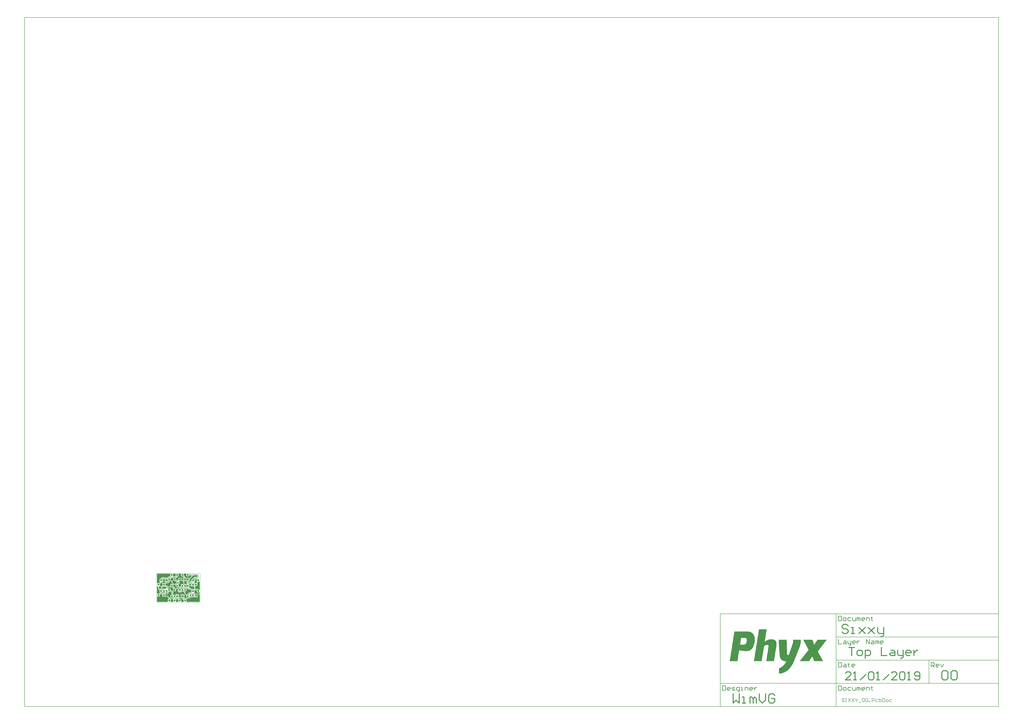
<source format=gtl>
G04*
G04 #@! TF.GenerationSoftware,Altium Limited,Altium Designer,18.1.9 (240)*
G04*
G04 Layer_Physical_Order=1*
G04 Layer_Color=3394611*
%FSLAX25Y25*%
%MOIN*%
G70*
G01*
G75*
%ADD11C,0.00591*%
%ADD12C,0.01575*%
%ADD15C,0.00394*%
%ADD16C,0.00787*%
%ADD17C,0.00984*%
%ADD18R,0.04331X0.03937*%
%ADD19R,0.02756X0.02756*%
%ADD22C,0.00500*%
%ADD23C,0.02756*%
%ADD24C,0.02756*%
G36*
X32087Y43773D02*
X27756D01*
Y48180D01*
X32087D01*
Y43773D01*
D02*
G37*
G36*
X23031Y45540D02*
X20286Y42794D01*
X19587D01*
X19105Y42698D01*
X18697Y42425D01*
X17713Y41441D01*
X17662Y41365D01*
X16556Y41088D01*
X16250Y41107D01*
X15686Y41671D01*
X15263Y41953D01*
X14764Y42053D01*
X8760D01*
X8261Y41953D01*
X7837Y41671D01*
X6361Y40194D01*
X6078Y39771D01*
X6010Y39429D01*
X4921D01*
Y34705D01*
X4921D01*
X5242Y33931D01*
X3535Y32224D01*
X639D01*
Y48180D01*
X23031D01*
Y45540D01*
D02*
G37*
G36*
X50197Y43760D02*
X54921D01*
Y45546D01*
X59074D01*
X59563Y44365D01*
X56361Y41163D01*
X56102Y40776D01*
X56005Y40754D01*
X54921Y40972D01*
Y41280D01*
X48549D01*
Y42382D01*
X48449Y42881D01*
X48167Y43304D01*
X45866Y45605D01*
Y48180D01*
X50197D01*
Y43760D01*
D02*
G37*
G36*
X41142D02*
X44021D01*
X45320Y42461D01*
X44831Y41280D01*
X36811D01*
Y38400D01*
X36231Y37820D01*
X33060D01*
X32480Y38400D01*
Y41164D01*
X33315D01*
X33814Y41263D01*
X34237Y41546D01*
X35371Y42680D01*
X35654Y43103D01*
X35753Y43602D01*
Y43760D01*
X36811D01*
Y48180D01*
X41142D01*
Y43760D01*
D02*
G37*
G36*
X69168Y45129D02*
Y43454D01*
X68554Y42840D01*
X64370D01*
X63871Y42741D01*
X63448Y42458D01*
X61577Y40588D01*
X61295Y40165D01*
X61195Y39665D01*
Y39429D01*
X59252D01*
Y35458D01*
X56895D01*
X56081Y36383D01*
X56127Y36614D01*
Y39699D01*
X56199Y39770D01*
X56209Y39774D01*
X56220Y39774D01*
X56317Y39796D01*
X56488Y39870D01*
X56660Y39941D01*
X56667Y39948D01*
X56676Y39952D01*
X56805Y40086D01*
X56937Y40218D01*
X57140Y40523D01*
X60272Y43655D01*
X60490Y43981D01*
X60566Y44365D01*
X61270Y45546D01*
X68751D01*
X69168Y45129D01*
D02*
G37*
G36*
X68307Y37584D02*
Y34705D01*
X68307Y34705D01*
X68333Y34233D01*
X68359Y33524D01*
X68287Y32972D01*
X67194Y32224D01*
X64436D01*
X64135Y32712D01*
X63991Y33406D01*
X64899Y34314D01*
X65182Y34737D01*
X65281Y35236D01*
Y38731D01*
X65304Y38754D01*
X67137D01*
X68307Y37584D01*
D02*
G37*
G36*
X12877Y38394D02*
Y35274D01*
X12973Y34792D01*
X13246Y34384D01*
X13874Y33756D01*
X14282Y33483D01*
X14764Y33387D01*
X14720Y32224D01*
X10166D01*
X9677Y33406D01*
X10536Y34264D01*
X10808Y34672D01*
X10904Y35154D01*
Y38407D01*
X12865D01*
X12877Y38394D01*
D02*
G37*
G36*
X50104Y35070D02*
X50792Y34525D01*
X50959Y34285D01*
Y32382D01*
X51059Y31883D01*
X51277Y31555D01*
X51143Y30982D01*
X50892Y30374D01*
X47400D01*
X46476Y31298D01*
Y33813D01*
X46457Y33910D01*
Y34009D01*
X46618Y34424D01*
X46949Y34963D01*
X47085Y35088D01*
X47178Y35159D01*
X49803D01*
X49834Y35165D01*
X50104Y35070D01*
D02*
G37*
G36*
X27756Y36555D02*
X30635D01*
X31597Y35593D01*
X32020Y35311D01*
X32520Y35211D01*
X33646D01*
X34255Y34065D01*
X34018Y33491D01*
X33936Y32874D01*
X33957Y32717D01*
X33130Y31818D01*
X32520D01*
X31982Y31711D01*
X31526Y31407D01*
X30493Y30374D01*
X29743D01*
X28710Y31407D01*
X28254Y31711D01*
X27716Y31818D01*
X27255D01*
X26378Y32696D01*
Y36417D01*
X24549D01*
X23425Y36555D01*
Y39435D01*
X25155Y41164D01*
X27756D01*
Y36555D01*
D02*
G37*
G36*
X9334Y32154D02*
X9646Y31819D01*
Y27839D01*
X8709Y27386D01*
X8522Y27362D01*
X6439D01*
X5315Y27500D01*
Y30445D01*
X7470Y32600D01*
X8350D01*
X8644Y32658D01*
X9334Y32154D01*
D02*
G37*
G36*
X43086Y36115D02*
X43369Y35692D01*
X44944Y34117D01*
X45367Y33834D01*
X45473Y33813D01*
Y31392D01*
X45473Y30512D01*
X44349Y30374D01*
X41142D01*
Y27495D01*
X40790Y27143D01*
X37847D01*
X36811Y28179D01*
X36811Y30374D01*
X37510Y30811D01*
X38004Y31189D01*
X38382Y31683D01*
X38620Y32257D01*
X38702Y32874D01*
X38620Y33491D01*
X38382Y34065D01*
X38094Y34440D01*
X38006Y34695D01*
X38029Y35913D01*
X38046Y35945D01*
X38656Y36555D01*
X42998D01*
X43086Y36115D01*
D02*
G37*
G36*
X24427Y35421D02*
X25374Y34650D01*
Y32696D01*
X25451Y32312D01*
X25668Y31986D01*
X26099Y31555D01*
X25610Y30374D01*
X23031D01*
Y26653D01*
X19607D01*
X19558Y26643D01*
X19509Y26648D01*
X19368Y26605D01*
X19223Y26577D01*
X19182Y26549D01*
X19134Y26535D01*
X19020Y26441D01*
X18898Y26359D01*
X18048Y27104D01*
X16631Y28521D01*
X16208Y28804D01*
X15709Y28903D01*
X14812D01*
X14370Y29345D01*
Y31221D01*
X14720D01*
X14893Y31255D01*
X15068Y31283D01*
X15085Y31293D01*
X15104Y31297D01*
X15216Y31373D01*
X17472D01*
X17971Y31472D01*
X18395Y31755D01*
X18808Y32168D01*
X19102D01*
X19602Y32267D01*
X20025Y32550D01*
X20706Y33231D01*
X20989Y33654D01*
X21088Y34154D01*
Y35113D01*
X22894D01*
X23393Y35212D01*
X23816Y35495D01*
X23817Y35496D01*
X24427Y35421D01*
D02*
G37*
G36*
X29033Y29664D02*
X29359Y29447D01*
X29743Y29370D01*
X30493D01*
X30877Y29447D01*
X30906Y29466D01*
X31805Y29128D01*
X32087Y28878D01*
Y25650D01*
X34966D01*
X35700Y24916D01*
X36123Y24633D01*
X36622Y24534D01*
X38163D01*
X38794Y23353D01*
X38672Y23169D01*
X36811D01*
X36811Y23169D01*
X35790Y23439D01*
X35406Y23516D01*
X34312D01*
X33886Y23600D01*
X33857Y23613D01*
X33732Y23613D01*
X33609Y23630D01*
X33538Y23613D01*
X33465Y23613D01*
X33350Y23565D01*
X33230Y23534D01*
X32464Y23169D01*
X30438D01*
Y24272D01*
X30339Y24771D01*
X30056Y25194D01*
X27756Y27495D01*
Y29271D01*
X28937Y29761D01*
X29033Y29664D01*
D02*
G37*
G36*
X58861Y26440D02*
X59284Y26157D01*
X59784Y26058D01*
X62995D01*
X63992Y25448D01*
X64174Y25190D01*
Y22951D01*
X58548D01*
X57595Y23903D01*
X57172Y24186D01*
X56673Y24285D01*
X55679D01*
X54854Y25466D01*
X54921Y25650D01*
X54921D01*
X54921Y26831D01*
X54921Y27500D01*
X57801D01*
X58861Y26440D01*
D02*
G37*
G36*
X72983Y21319D02*
X70152D01*
X68902Y22569D01*
X68479Y22851D01*
X67980Y22951D01*
X65177D01*
Y25190D01*
X65156Y25299D01*
X65153Y25410D01*
X65118Y25489D01*
X65101Y25574D01*
X65039Y25666D01*
X64995Y25768D01*
X64813Y26025D01*
X64797Y26117D01*
X64778Y26365D01*
X65700Y27500D01*
X68701D01*
Y32040D01*
X68854Y32144D01*
X68873Y32164D01*
X68898Y32176D01*
X69009Y32303D01*
X69127Y32424D01*
X69138Y32450D01*
X69156Y32471D01*
X69210Y32631D01*
X69273Y32788D01*
X69273Y32815D01*
X69282Y32842D01*
X69354Y33393D01*
X69349Y33477D01*
X69362Y33561D01*
X70317Y34682D01*
X70372Y34705D01*
X72983D01*
Y21319D01*
D02*
G37*
G36*
X27370Y24191D02*
X27756Y23169D01*
X27756Y23169D01*
X27756D01*
X27756Y23169D01*
Y20248D01*
X27466Y19992D01*
X26575Y19661D01*
X26444Y19749D01*
X25945Y19848D01*
X23425D01*
Y23169D01*
X20546D01*
X19316Y24399D01*
Y25295D01*
X19607Y25650D01*
X25911D01*
X27370Y24191D01*
D02*
G37*
G36*
X68307Y19474D02*
Y16594D01*
X72983D01*
Y14114D01*
X65821D01*
X64643Y15293D01*
X64276Y15538D01*
X63976Y16594D01*
X63976Y16594D01*
X63976D01*
X63976Y16594D01*
Y20341D01*
X67440D01*
X68307Y19474D01*
D02*
G37*
G36*
X2362Y26365D02*
Y21457D01*
X3797D01*
X4921Y21319D01*
Y16594D01*
X4934D01*
X5050Y15413D01*
X4875Y15379D01*
X4451Y15096D01*
X3470Y14114D01*
X639D01*
Y26585D01*
X1181Y26973D01*
X2362Y26365D01*
D02*
G37*
G36*
X25073Y12264D02*
X23031D01*
Y7761D01*
X22402D01*
X21902Y7662D01*
X21001Y7896D01*
X20689Y8233D01*
X20679Y8249D01*
X20353Y8467D01*
X19969Y8543D01*
X19704D01*
X19704Y9390D01*
X19628Y9774D01*
X19410Y10099D01*
X19085Y10317D01*
X18701Y10393D01*
X14370D01*
Y13057D01*
X15495Y13457D01*
X15551Y13464D01*
X16033Y13094D01*
X16608Y12856D01*
X17224Y12775D01*
X17841Y12856D01*
X18416Y13094D01*
X18909Y13473D01*
X19288Y13966D01*
X19526Y14541D01*
X19607Y15157D01*
X19526Y15774D01*
X19408Y16058D01*
X19790Y16903D01*
X20094Y17239D01*
X25073D01*
Y12264D01*
D02*
G37*
G36*
X33675Y22619D02*
X34213Y22512D01*
X35406D01*
Y18799D01*
X35513Y18262D01*
X35818Y17806D01*
X36605Y17018D01*
X37061Y16714D01*
X37598Y16607D01*
X40709D01*
X41246Y16714D01*
X41702Y17018D01*
X43129Y18445D01*
X44347D01*
X46068Y16723D01*
X46524Y16419D01*
X47062Y16312D01*
X47441D01*
Y13166D01*
X47439Y13163D01*
X46260Y12742D01*
X45907Y13095D01*
X45499Y13367D01*
X45017Y13463D01*
X41732D01*
X41251Y13367D01*
X40842Y13095D01*
X40411Y12664D01*
X40139Y12255D01*
X40043Y11774D01*
Y8158D01*
X38862Y7668D01*
X38076Y8454D01*
Y11949D01*
X37977Y12448D01*
X37694Y12871D01*
X36946Y13619D01*
X36523Y13902D01*
X36024Y14001D01*
X32972D01*
X32473Y13902D01*
X32050Y13619D01*
X30694Y12264D01*
X27756D01*
X27683Y13415D01*
Y17294D01*
X27736Y18126D01*
X28820Y18445D01*
X32480D01*
Y22049D01*
X32504Y22077D01*
X33661Y22628D01*
X33675Y22619D01*
D02*
G37*
G36*
X57085Y20723D02*
X57508Y20441D01*
X58007Y20341D01*
X59252D01*
Y18440D01*
X57275Y16462D01*
X55315D01*
X54816Y16363D01*
X54392Y16080D01*
X52720Y14407D01*
X52437Y13984D01*
X52337Y13485D01*
Y12628D01*
X51164Y12532D01*
X51136Y12587D01*
X51124Y12648D01*
X51049Y12761D01*
X50988Y12881D01*
X50941Y12922D01*
X50906Y12973D01*
X50794Y13049D01*
X50691Y13137D01*
X50632Y13157D01*
X50581Y13191D01*
X50448Y13217D01*
X50319Y13260D01*
X49195Y13398D01*
X48445Y14268D01*
Y16312D01*
X48368Y16696D01*
X48151Y17021D01*
X47825Y17239D01*
X47699Y17264D01*
X47811Y18401D01*
X48172Y18445D01*
X50591D01*
Y21285D01*
X50981Y21676D01*
X56133D01*
X57085Y20723D01*
D02*
G37*
G36*
X72983Y639D02*
X50591D01*
Y4625D01*
X50708Y5155D01*
X51474Y5778D01*
X54429D01*
X55005Y5893D01*
X55493Y6219D01*
X56726Y7451D01*
X58819D01*
X59395Y7566D01*
X59883Y7892D01*
X61123Y9132D01*
X62455D01*
X62978Y8608D01*
X63386Y8335D01*
X63868Y8240D01*
X67901D01*
X68383Y8335D01*
X68791Y8608D01*
X69356Y9173D01*
X69629Y9582D01*
X69725Y10063D01*
Y13111D01*
X72983D01*
Y639D01*
D02*
G37*
G36*
X50197Y12264D02*
Y8042D01*
X49717Y7249D01*
X49253Y6967D01*
X48257D01*
X46928Y8297D01*
Y11434D01*
X47046Y11656D01*
X47899Y12402D01*
X49073D01*
X50197Y12264D01*
D02*
G37*
G36*
X42199Y7421D02*
X42299Y6922D01*
X42581Y6499D01*
X45866Y3214D01*
Y639D01*
X41535D01*
Y5059D01*
X38881D01*
X38516Y5529D01*
X38663Y6013D01*
X39094Y6711D01*
X39246Y6741D01*
X40427Y7230D01*
X40752Y7448D01*
X40813Y7539D01*
X42199D01*
Y7421D01*
D02*
G37*
G36*
X36811Y3214D02*
Y639D01*
X32480D01*
Y3246D01*
X32698Y3573D01*
X32798Y4072D01*
Y4181D01*
X33710Y5093D01*
X34932D01*
X36811Y3214D01*
D02*
G37*
G36*
X27756Y5059D02*
Y639D01*
X23425D01*
Y5059D01*
X24568Y5152D01*
X26613D01*
X27756Y5059D01*
D02*
G37*
G36*
X9646Y12269D02*
Y9390D01*
X18701D01*
X18701Y8209D01*
Y7539D01*
X19969D01*
X20458Y6358D01*
X20141Y6041D01*
X19858Y5617D01*
X19758Y5118D01*
Y5059D01*
X18701D01*
Y639D01*
X639D01*
Y9390D01*
X5315D01*
Y12269D01*
X5914Y12869D01*
X9046D01*
X9646Y12269D01*
D02*
G37*
G36*
X1137613Y-64032D02*
X1137326D01*
Y-64318D01*
X1137040D01*
Y-64605D01*
Y-64891D01*
X1136754D01*
Y-65177D01*
X1136467D01*
Y-65464D01*
X1136181D01*
Y-65750D01*
Y-66036D01*
X1135895D01*
Y-66322D01*
X1135608D01*
Y-66609D01*
X1135322D01*
Y-66895D01*
X1135036D01*
Y-67181D01*
Y-67468D01*
X1134750D01*
Y-67754D01*
X1134463D01*
Y-68040D01*
X1134177D01*
Y-68327D01*
Y-68613D01*
X1133891D01*
Y-68899D01*
X1133604D01*
Y-69186D01*
X1133318D01*
Y-69472D01*
X1133032D01*
Y-69758D01*
Y-70044D01*
X1132745D01*
Y-70331D01*
X1132459D01*
Y-70617D01*
X1132173D01*
Y-70903D01*
Y-71190D01*
X1131886D01*
Y-71476D01*
X1131600D01*
Y-71762D01*
X1131314D01*
Y-72049D01*
Y-72335D01*
X1131028D01*
Y-72621D01*
X1130741D01*
Y-72908D01*
X1130455D01*
Y-73194D01*
X1130169D01*
Y-73480D01*
Y-73767D01*
X1129882D01*
Y-74053D01*
X1129596D01*
Y-74339D01*
X1129310D01*
Y-74625D01*
Y-74912D01*
X1129023D01*
Y-75198D01*
X1128737D01*
Y-75485D01*
X1128451D01*
Y-75771D01*
Y-76057D01*
X1128164D01*
Y-76343D01*
X1127878D01*
Y-76630D01*
X1127592D01*
Y-76916D01*
X1127306D01*
Y-77202D01*
Y-77489D01*
X1127019D01*
Y-77775D01*
X1126733D01*
Y-78061D01*
X1126447D01*
Y-78348D01*
Y-78634D01*
X1126160D01*
Y-78920D01*
X1125874D01*
Y-79207D01*
X1125588D01*
Y-79493D01*
Y-79779D01*
X1125301D01*
Y-80066D01*
X1125015D01*
Y-80352D01*
X1124729D01*
Y-80638D01*
X1124442D01*
Y-80924D01*
Y-81211D01*
X1124156D01*
Y-81497D01*
X1123870D01*
Y-81783D01*
X1123583D01*
Y-82070D01*
Y-82356D01*
X1123297D01*
Y-82642D01*
X1123011D01*
Y-82929D01*
X1122725D01*
Y-83215D01*
X1122438D01*
Y-83501D01*
Y-83788D01*
X1122725D01*
Y-84074D01*
Y-84360D01*
X1123011D01*
Y-84646D01*
Y-84933D01*
X1123297D01*
Y-85219D01*
X1123583D01*
Y-85505D01*
Y-85792D01*
X1123870D01*
Y-86078D01*
Y-86364D01*
X1124156D01*
Y-86651D01*
Y-86937D01*
X1124442D01*
Y-87223D01*
Y-87510D01*
X1124729D01*
Y-87796D01*
Y-88082D01*
X1125015D01*
Y-88369D01*
Y-88655D01*
X1125301D01*
Y-88941D01*
Y-89227D01*
X1125588D01*
Y-89514D01*
Y-89800D01*
X1125874D01*
Y-90086D01*
X1126160D01*
Y-90373D01*
Y-90659D01*
X1126447D01*
Y-90945D01*
Y-91232D01*
X1126733D01*
Y-91518D01*
Y-91804D01*
X1127019D01*
Y-92091D01*
Y-92377D01*
X1127306D01*
Y-92663D01*
Y-92950D01*
X1127592D01*
Y-93236D01*
Y-93522D01*
X1127878D01*
Y-93809D01*
Y-94095D01*
X1128164D01*
Y-94381D01*
X1128451D01*
Y-94667D01*
Y-94954D01*
X1128737D01*
Y-95240D01*
Y-95526D01*
X1129023D01*
Y-95813D01*
Y-96099D01*
X1129310D01*
Y-96385D01*
Y-96672D01*
X1129596D01*
Y-96958D01*
Y-97244D01*
X1129882D01*
Y-97531D01*
Y-97817D01*
X1130169D01*
Y-98103D01*
Y-98390D01*
X1130455D01*
Y-98676D01*
X1130741D01*
Y-98962D01*
Y-99248D01*
X1131028D01*
Y-99535D01*
Y-99821D01*
X1131314D01*
Y-100107D01*
X1116139D01*
Y-99821D01*
X1115853D01*
Y-99535D01*
Y-99248D01*
Y-98962D01*
X1115567D01*
Y-98676D01*
Y-98390D01*
Y-98103D01*
X1115280D01*
Y-97817D01*
Y-97531D01*
X1114994D01*
Y-97244D01*
Y-96958D01*
Y-96672D01*
X1114708D01*
Y-96385D01*
Y-96099D01*
Y-95813D01*
X1114421D01*
Y-95526D01*
Y-95240D01*
X1114135D01*
Y-94954D01*
Y-94667D01*
Y-94381D01*
X1113849D01*
Y-94095D01*
Y-93809D01*
Y-93522D01*
X1113562D01*
Y-93236D01*
Y-92950D01*
Y-92663D01*
X1113276D01*
Y-92377D01*
X1112704D01*
Y-92663D01*
Y-92950D01*
X1112417D01*
Y-93236D01*
X1112131D01*
Y-93522D01*
Y-93809D01*
X1111845D01*
Y-94095D01*
X1111558D01*
Y-94381D01*
Y-94667D01*
X1111272D01*
Y-94954D01*
X1110986D01*
Y-95240D01*
Y-95526D01*
X1110699D01*
Y-95813D01*
X1110413D01*
Y-96099D01*
X1110127D01*
Y-96385D01*
Y-96672D01*
X1109840D01*
Y-96958D01*
X1109554D01*
Y-97244D01*
Y-97531D01*
X1109268D01*
Y-97817D01*
X1108981D01*
Y-98103D01*
Y-98390D01*
X1108695D01*
Y-98676D01*
X1108409D01*
Y-98962D01*
Y-99248D01*
X1108123D01*
Y-99535D01*
X1107836D01*
Y-99821D01*
Y-100107D01*
X1091803D01*
Y-99821D01*
X1092089D01*
Y-99535D01*
X1092375D01*
Y-99248D01*
X1092662D01*
Y-98962D01*
X1092948D01*
Y-98676D01*
Y-98390D01*
X1093234D01*
Y-98103D01*
X1093521D01*
Y-97817D01*
X1093807D01*
Y-97531D01*
X1094093D01*
Y-97244D01*
Y-96958D01*
X1094380D01*
Y-96672D01*
X1094666D01*
Y-96385D01*
X1094952D01*
Y-96099D01*
Y-95813D01*
X1095238D01*
Y-95526D01*
X1095525D01*
Y-95240D01*
X1095811D01*
Y-94954D01*
X1096097D01*
Y-94667D01*
Y-94381D01*
X1096384D01*
Y-94095D01*
X1096670D01*
Y-93809D01*
X1096956D01*
Y-93522D01*
X1097243D01*
Y-93236D01*
Y-92950D01*
X1097529D01*
Y-92663D01*
X1097815D01*
Y-92377D01*
X1098102D01*
Y-92091D01*
Y-91804D01*
X1098388D01*
Y-91518D01*
X1098674D01*
Y-91232D01*
X1098960D01*
Y-90945D01*
X1099247D01*
Y-90659D01*
Y-90373D01*
X1099533D01*
Y-90086D01*
X1099819D01*
Y-89800D01*
X1100106D01*
Y-89514D01*
Y-89227D01*
X1100392D01*
Y-88941D01*
X1100678D01*
Y-88655D01*
X1100965D01*
Y-88369D01*
X1101251D01*
Y-88082D01*
Y-87796D01*
X1101537D01*
Y-87510D01*
X1101824D01*
Y-87223D01*
X1102110D01*
Y-86937D01*
Y-86651D01*
X1102396D01*
Y-86364D01*
X1102683D01*
Y-86078D01*
X1102969D01*
Y-85792D01*
X1103255D01*
Y-85505D01*
Y-85219D01*
X1103541D01*
Y-84933D01*
X1103828D01*
Y-84646D01*
X1104114D01*
Y-84360D01*
X1104400D01*
Y-84074D01*
Y-83788D01*
X1104687D01*
Y-83501D01*
X1104973D01*
Y-83215D01*
X1105259D01*
Y-82929D01*
Y-82642D01*
X1105546D01*
Y-82356D01*
X1105832D01*
Y-82070D01*
X1106118D01*
Y-81783D01*
X1106405D01*
Y-81497D01*
Y-81211D01*
X1106691D01*
Y-80924D01*
Y-80638D01*
Y-80352D01*
X1106405D01*
Y-80066D01*
X1106118D01*
Y-79779D01*
Y-79493D01*
X1105832D01*
Y-79207D01*
Y-78920D01*
X1105546D01*
Y-78634D01*
Y-78348D01*
X1105259D01*
Y-78061D01*
Y-77775D01*
X1104973D01*
Y-77489D01*
Y-77202D01*
X1104687D01*
Y-76916D01*
Y-76630D01*
X1104400D01*
Y-76343D01*
X1104114D01*
Y-76057D01*
Y-75771D01*
X1103828D01*
Y-75485D01*
Y-75198D01*
X1103541D01*
Y-74912D01*
Y-74625D01*
X1103255D01*
Y-74339D01*
Y-74053D01*
X1102969D01*
Y-73767D01*
Y-73480D01*
X1102683D01*
Y-73194D01*
Y-72908D01*
X1102396D01*
Y-72621D01*
X1102110D01*
Y-72335D01*
Y-72049D01*
X1101824D01*
Y-71762D01*
Y-71476D01*
X1101537D01*
Y-71190D01*
Y-70903D01*
X1101251D01*
Y-70617D01*
Y-70331D01*
X1100965D01*
Y-70044D01*
Y-69758D01*
X1100678D01*
Y-69472D01*
Y-69186D01*
X1100392D01*
Y-68899D01*
Y-68613D01*
X1100106D01*
Y-68327D01*
X1099819D01*
Y-68040D01*
Y-67754D01*
X1099533D01*
Y-67468D01*
Y-67181D01*
X1099247D01*
Y-66895D01*
Y-66609D01*
X1098960D01*
Y-66322D01*
Y-66036D01*
X1098674D01*
Y-65750D01*
Y-65464D01*
X1098388D01*
Y-65177D01*
Y-64891D01*
X1098102D01*
Y-64605D01*
X1097815D01*
Y-64318D01*
Y-64032D01*
X1097529D01*
Y-63746D01*
X1113276D01*
Y-64032D01*
X1113562D01*
Y-64318D01*
Y-64605D01*
Y-64891D01*
X1113849D01*
Y-65177D01*
Y-65464D01*
Y-65750D01*
X1114135D01*
Y-66036D01*
Y-66322D01*
Y-66609D01*
X1114421D01*
Y-66895D01*
Y-67181D01*
Y-67468D01*
X1114708D01*
Y-67754D01*
Y-68040D01*
Y-68327D01*
X1114994D01*
Y-68613D01*
Y-68899D01*
Y-69186D01*
X1115280D01*
Y-69472D01*
Y-69758D01*
Y-70044D01*
X1115567D01*
Y-70331D01*
Y-70617D01*
Y-70903D01*
X1115853D01*
Y-71190D01*
Y-71476D01*
Y-71762D01*
Y-72049D01*
X1116426D01*
Y-71762D01*
X1116712D01*
Y-71476D01*
X1116998D01*
Y-71190D01*
Y-70903D01*
X1117284D01*
Y-70617D01*
X1117571D01*
Y-70331D01*
Y-70044D01*
X1117857D01*
Y-69758D01*
X1118143D01*
Y-69472D01*
Y-69186D01*
X1118430D01*
Y-68899D01*
X1118716D01*
Y-68613D01*
Y-68327D01*
X1119002D01*
Y-68040D01*
X1119289D01*
Y-67754D01*
Y-67468D01*
X1119575D01*
Y-67181D01*
X1119861D01*
Y-66895D01*
Y-66609D01*
X1120148D01*
Y-66322D01*
X1120434D01*
Y-66036D01*
Y-65750D01*
X1120720D01*
Y-65464D01*
X1121007D01*
Y-65177D01*
Y-64891D01*
X1121293D01*
Y-64605D01*
X1121579D01*
Y-64318D01*
Y-64032D01*
X1121865D01*
Y-63746D01*
X1137613D01*
Y-64032D01*
D02*
G37*
G36*
X1004477Y-50003D02*
X1006195D01*
Y-50289D01*
X1007054D01*
Y-50575D01*
X1007913D01*
Y-50862D01*
X1008772D01*
Y-51148D01*
X1009345D01*
Y-51434D01*
X1009631D01*
Y-51720D01*
X1010203D01*
Y-52007D01*
X1010490D01*
Y-52293D01*
X1011062D01*
Y-52579D01*
X1011349D01*
Y-52866D01*
X1011635D01*
Y-53152D01*
X1011921D01*
Y-53438D01*
X1012208D01*
Y-53725D01*
X1012494D01*
Y-54011D01*
X1012780D01*
Y-54297D01*
Y-54584D01*
X1013067D01*
Y-54870D01*
X1013353D01*
Y-55156D01*
Y-55443D01*
X1013639D01*
Y-55729D01*
X1013926D01*
Y-56015D01*
Y-56301D01*
X1014212D01*
Y-56588D01*
Y-56874D01*
Y-57161D01*
X1014498D01*
Y-57447D01*
Y-57733D01*
Y-58019D01*
X1014785D01*
Y-58306D01*
Y-58592D01*
Y-58878D01*
Y-59165D01*
X1015071D01*
Y-59451D01*
Y-59737D01*
Y-60024D01*
Y-60310D01*
Y-60596D01*
X1015357D01*
Y-60883D01*
Y-61169D01*
Y-61455D01*
Y-61742D01*
Y-62028D01*
Y-62314D01*
Y-62600D01*
Y-62887D01*
Y-63173D01*
Y-63459D01*
Y-63746D01*
Y-64032D01*
Y-64318D01*
Y-64605D01*
Y-64891D01*
Y-65177D01*
Y-65464D01*
Y-65750D01*
Y-66036D01*
Y-66322D01*
X1015071D01*
Y-66609D01*
Y-66895D01*
Y-67181D01*
Y-67468D01*
Y-67754D01*
Y-68040D01*
Y-68327D01*
X1014785D01*
Y-68613D01*
Y-68899D01*
Y-69186D01*
Y-69472D01*
Y-69758D01*
X1014498D01*
Y-70044D01*
Y-70331D01*
Y-70617D01*
Y-70903D01*
Y-71190D01*
X1014212D01*
Y-71476D01*
Y-71762D01*
Y-72049D01*
X1013926D01*
Y-72335D01*
Y-72621D01*
Y-72908D01*
Y-73194D01*
X1013639D01*
Y-73480D01*
Y-73767D01*
Y-74053D01*
X1013353D01*
Y-74339D01*
Y-74625D01*
X1013067D01*
Y-74912D01*
Y-75198D01*
Y-75485D01*
X1012780D01*
Y-75771D01*
Y-76057D01*
X1012494D01*
Y-76343D01*
Y-76630D01*
X1012208D01*
Y-76916D01*
Y-77202D01*
X1011921D01*
Y-77489D01*
X1011635D01*
Y-77775D01*
Y-78061D01*
X1011349D01*
Y-78348D01*
X1011062D01*
Y-78634D01*
X1010776D01*
Y-78920D01*
Y-79207D01*
X1010490D01*
Y-79493D01*
X1010203D01*
Y-79779D01*
X1009917D01*
Y-80066D01*
X1009631D01*
Y-80352D01*
X1009345D01*
Y-80638D01*
X1008772D01*
Y-80924D01*
X1008486D01*
Y-81211D01*
X1007913D01*
Y-81497D01*
X1007627D01*
Y-81783D01*
X1007054D01*
Y-82070D01*
X1006195D01*
Y-82356D01*
X1005336D01*
Y-82642D01*
X1004477D01*
Y-82929D01*
X1002759D01*
Y-83215D01*
X997606D01*
Y-82929D01*
X995029D01*
Y-82642D01*
X993025D01*
Y-82356D01*
X991593D01*
Y-82070D01*
X990162D01*
Y-81783D01*
X988730D01*
Y-82070D01*
Y-82356D01*
Y-82642D01*
Y-82929D01*
Y-83215D01*
Y-83501D01*
Y-83788D01*
X988444D01*
Y-84074D01*
Y-84360D01*
Y-84646D01*
Y-84933D01*
Y-85219D01*
Y-85505D01*
X988157D01*
Y-85792D01*
Y-86078D01*
Y-86364D01*
Y-86651D01*
Y-86937D01*
Y-87223D01*
X987871D01*
Y-87510D01*
Y-87796D01*
Y-88082D01*
Y-88369D01*
Y-88655D01*
Y-88941D01*
Y-89227D01*
X987585D01*
Y-89514D01*
Y-89800D01*
Y-90086D01*
Y-90373D01*
Y-90659D01*
Y-90945D01*
X987298D01*
Y-91232D01*
Y-91518D01*
Y-91804D01*
Y-92091D01*
Y-92377D01*
Y-92663D01*
X987012D01*
Y-92950D01*
Y-93236D01*
Y-93522D01*
Y-93809D01*
Y-94095D01*
Y-94381D01*
Y-94667D01*
X986726D01*
Y-94954D01*
Y-95240D01*
Y-95526D01*
Y-95813D01*
Y-96099D01*
Y-96385D01*
X986440D01*
Y-96672D01*
Y-96958D01*
Y-97244D01*
Y-97531D01*
Y-97817D01*
Y-98103D01*
X986153D01*
Y-98390D01*
Y-98676D01*
Y-98962D01*
Y-99248D01*
Y-99535D01*
Y-99821D01*
Y-100107D01*
X972696D01*
Y-99821D01*
X972983D01*
Y-99535D01*
Y-99248D01*
Y-98962D01*
Y-98676D01*
Y-98390D01*
X973269D01*
Y-98103D01*
Y-97817D01*
Y-97531D01*
Y-97244D01*
Y-96958D01*
Y-96672D01*
Y-96385D01*
X973555D01*
Y-96099D01*
Y-95813D01*
Y-95526D01*
Y-95240D01*
Y-94954D01*
Y-94667D01*
X973842D01*
Y-94381D01*
Y-94095D01*
Y-93809D01*
Y-93522D01*
Y-93236D01*
Y-92950D01*
X974128D01*
Y-92663D01*
Y-92377D01*
Y-92091D01*
Y-91804D01*
Y-91518D01*
Y-91232D01*
Y-90945D01*
X974414D01*
Y-90659D01*
Y-90373D01*
Y-90086D01*
Y-89800D01*
Y-89514D01*
Y-89227D01*
X974701D01*
Y-88941D01*
Y-88655D01*
Y-88369D01*
Y-88082D01*
Y-87796D01*
Y-87510D01*
X974987D01*
Y-87223D01*
Y-86937D01*
Y-86651D01*
Y-86364D01*
Y-86078D01*
Y-85792D01*
X975273D01*
Y-85505D01*
Y-85219D01*
Y-84933D01*
Y-84646D01*
Y-84360D01*
Y-84074D01*
Y-83788D01*
X975560D01*
Y-83501D01*
Y-83215D01*
Y-82929D01*
Y-82642D01*
Y-82356D01*
Y-82070D01*
X975846D01*
Y-81783D01*
Y-81497D01*
Y-81211D01*
Y-80924D01*
Y-80638D01*
Y-80352D01*
X976132D01*
Y-80066D01*
Y-79779D01*
Y-79493D01*
Y-79207D01*
Y-78920D01*
Y-78634D01*
X976419D01*
Y-78348D01*
Y-78061D01*
Y-77775D01*
Y-77489D01*
Y-77202D01*
Y-76916D01*
Y-76630D01*
X976705D01*
Y-76343D01*
Y-76057D01*
Y-75771D01*
Y-75485D01*
Y-75198D01*
Y-74912D01*
X976991D01*
Y-74625D01*
Y-74339D01*
Y-74053D01*
Y-73767D01*
Y-73480D01*
Y-73194D01*
X977277D01*
Y-72908D01*
Y-72621D01*
Y-72335D01*
Y-72049D01*
Y-71762D01*
Y-71476D01*
Y-71190D01*
X977564D01*
Y-70903D01*
Y-70617D01*
Y-70331D01*
Y-70044D01*
Y-69758D01*
Y-69472D01*
X977850D01*
Y-69186D01*
Y-68899D01*
Y-68613D01*
Y-68327D01*
Y-68040D01*
Y-67754D01*
X978137D01*
Y-67468D01*
Y-67181D01*
Y-66895D01*
Y-66609D01*
Y-66322D01*
Y-66036D01*
X978423D01*
Y-65750D01*
Y-65464D01*
Y-65177D01*
Y-64891D01*
Y-64605D01*
Y-64318D01*
Y-64032D01*
X978709D01*
Y-63746D01*
Y-63459D01*
Y-63173D01*
Y-62887D01*
Y-62600D01*
Y-62314D01*
X978995D01*
Y-62028D01*
Y-61742D01*
Y-61455D01*
Y-61169D01*
Y-60883D01*
Y-60596D01*
X979282D01*
Y-60310D01*
Y-60024D01*
Y-59737D01*
Y-59451D01*
Y-59165D01*
Y-58878D01*
Y-58592D01*
X979568D01*
Y-58306D01*
Y-58019D01*
Y-57733D01*
Y-57447D01*
Y-57161D01*
Y-56874D01*
X979854D01*
Y-56588D01*
Y-56301D01*
Y-56015D01*
Y-55729D01*
Y-55443D01*
Y-55156D01*
X980141D01*
Y-54870D01*
Y-54584D01*
Y-54297D01*
Y-54011D01*
Y-53725D01*
Y-53438D01*
Y-53152D01*
X980427D01*
Y-52866D01*
Y-52579D01*
Y-52293D01*
Y-52007D01*
Y-51720D01*
Y-51434D01*
X980713D01*
Y-51148D01*
Y-50862D01*
Y-50575D01*
Y-50289D01*
Y-50003D01*
Y-49716D01*
X1004477D01*
Y-50003D01*
D02*
G37*
G36*
X1093521Y-64032D02*
Y-64318D01*
Y-64605D01*
Y-64891D01*
Y-65177D01*
Y-65464D01*
Y-65750D01*
Y-66036D01*
Y-66322D01*
Y-66609D01*
Y-66895D01*
Y-67181D01*
Y-67468D01*
Y-67754D01*
Y-68040D01*
Y-68327D01*
Y-68613D01*
Y-68899D01*
Y-69186D01*
Y-69472D01*
Y-69758D01*
X1093234D01*
Y-70044D01*
Y-70331D01*
Y-70617D01*
Y-70903D01*
Y-71190D01*
X1092948D01*
Y-71476D01*
Y-71762D01*
Y-72049D01*
Y-72335D01*
X1092662D01*
Y-72621D01*
Y-72908D01*
Y-73194D01*
Y-73480D01*
X1092375D01*
Y-73767D01*
Y-74053D01*
Y-74339D01*
X1092089D01*
Y-74625D01*
Y-74912D01*
Y-75198D01*
X1091803D01*
Y-75485D01*
Y-75771D01*
Y-76057D01*
X1091516D01*
Y-76343D01*
Y-76630D01*
Y-76916D01*
X1091230D01*
Y-77202D01*
Y-77489D01*
X1090944D01*
Y-77775D01*
Y-78061D01*
X1090657D01*
Y-78348D01*
Y-78634D01*
Y-78920D01*
X1090371D01*
Y-79207D01*
Y-79493D01*
X1090085D01*
Y-79779D01*
Y-80066D01*
Y-80352D01*
X1089799D01*
Y-80638D01*
Y-80924D01*
X1089512D01*
Y-81211D01*
Y-81497D01*
Y-81783D01*
X1089226D01*
Y-82070D01*
Y-82356D01*
X1088939D01*
Y-82642D01*
Y-82929D01*
Y-83215D01*
X1088653D01*
Y-83501D01*
Y-83788D01*
X1088367D01*
Y-84074D01*
Y-84360D01*
Y-84646D01*
X1088081D01*
Y-84933D01*
Y-85219D01*
X1087794D01*
Y-85505D01*
Y-85792D01*
Y-86078D01*
X1087508D01*
Y-86364D01*
Y-86651D01*
X1087222D01*
Y-86937D01*
Y-87223D01*
Y-87510D01*
X1086935D01*
Y-87796D01*
Y-88082D01*
X1086649D01*
Y-88369D01*
Y-88655D01*
Y-88941D01*
X1086363D01*
Y-89227D01*
Y-89514D01*
X1086076D01*
Y-89800D01*
Y-90086D01*
Y-90373D01*
X1085790D01*
Y-90659D01*
Y-90945D01*
X1085504D01*
Y-91232D01*
Y-91518D01*
Y-91804D01*
X1085217D01*
Y-92091D01*
Y-92377D01*
X1084931D01*
Y-92663D01*
Y-92950D01*
Y-93236D01*
X1084645D01*
Y-93522D01*
Y-93809D01*
X1084359D01*
Y-94095D01*
Y-94381D01*
Y-94667D01*
X1084072D01*
Y-94954D01*
Y-95240D01*
X1083786D01*
Y-95526D01*
Y-95813D01*
Y-96099D01*
X1083500D01*
Y-96385D01*
Y-96672D01*
X1083213D01*
Y-96958D01*
Y-97244D01*
Y-97531D01*
X1082927D01*
Y-97817D01*
Y-98103D01*
X1082641D01*
Y-98390D01*
Y-98676D01*
Y-98962D01*
X1082354D01*
Y-99248D01*
Y-99535D01*
X1082068D01*
Y-99821D01*
Y-100107D01*
Y-100394D01*
X1081782D01*
Y-100680D01*
Y-100966D01*
X1081495D01*
Y-101253D01*
Y-101539D01*
X1081209D01*
Y-101825D01*
Y-102112D01*
X1080923D01*
Y-102398D01*
Y-102684D01*
Y-102971D01*
X1080637D01*
Y-103257D01*
X1080350D01*
Y-103543D01*
Y-103829D01*
Y-104116D01*
X1080064D01*
Y-104402D01*
X1079778D01*
Y-104688D01*
Y-104975D01*
X1079491D01*
Y-105261D01*
Y-105547D01*
X1079205D01*
Y-105834D01*
Y-106120D01*
X1078919D01*
Y-106406D01*
Y-106693D01*
X1078632D01*
Y-106979D01*
X1078346D01*
Y-107265D01*
Y-107552D01*
X1078060D01*
Y-107838D01*
Y-108124D01*
X1077773D01*
Y-108410D01*
X1077487D01*
Y-108697D01*
X1077201D01*
Y-108983D01*
Y-109269D01*
X1076914D01*
Y-109556D01*
X1076628D01*
Y-109842D01*
Y-110128D01*
X1076342D01*
Y-110415D01*
X1076056D01*
Y-110701D01*
X1075769D01*
Y-110987D01*
Y-111274D01*
X1075483D01*
Y-111560D01*
X1075196D01*
Y-111846D01*
X1074910D01*
Y-112133D01*
X1074624D01*
Y-112419D01*
X1074338D01*
Y-112705D01*
Y-112991D01*
X1074051D01*
Y-113278D01*
X1073765D01*
Y-113564D01*
X1073479D01*
Y-113850D01*
X1073192D01*
Y-114137D01*
X1072906D01*
Y-114423D01*
X1072620D01*
Y-114709D01*
X1072333D01*
Y-114996D01*
X1071761D01*
Y-115282D01*
X1071474D01*
Y-115568D01*
X1071188D01*
Y-115855D01*
X1070902D01*
Y-116141D01*
X1070615D01*
Y-116427D01*
X1070043D01*
Y-116714D01*
X1069757D01*
Y-117000D01*
X1069184D01*
Y-117286D01*
X1068898D01*
Y-117572D01*
X1068325D01*
Y-117859D01*
X1068039D01*
Y-118145D01*
X1067466D01*
Y-118431D01*
X1066893D01*
Y-118718D01*
X1066321D01*
Y-119004D01*
X1065748D01*
Y-119290D01*
X1065176D01*
Y-119577D01*
X1064317D01*
Y-119863D01*
X1063744D01*
Y-120149D01*
X1062885D01*
Y-120436D01*
X1061740D01*
Y-120722D01*
X1060595D01*
Y-121008D01*
X1058877D01*
Y-121294D01*
X1056872D01*
Y-121581D01*
X1056586D01*
Y-121294D01*
Y-121008D01*
Y-120722D01*
Y-120436D01*
Y-120149D01*
Y-119863D01*
Y-119577D01*
Y-119290D01*
Y-119004D01*
Y-118718D01*
Y-118431D01*
Y-118145D01*
Y-117859D01*
Y-117572D01*
Y-117286D01*
Y-117000D01*
Y-116714D01*
Y-116427D01*
Y-116141D01*
Y-115855D01*
Y-115568D01*
Y-115282D01*
Y-114996D01*
Y-114709D01*
Y-114423D01*
Y-114137D01*
Y-113850D01*
Y-113564D01*
Y-113278D01*
Y-112991D01*
Y-112705D01*
Y-112419D01*
Y-112133D01*
X1057159D01*
Y-111846D01*
X1057731D01*
Y-111560D01*
X1058304D01*
Y-111274D01*
X1058877D01*
Y-110987D01*
X1059449D01*
Y-110701D01*
X1060022D01*
Y-110415D01*
X1060308D01*
Y-110128D01*
X1060881D01*
Y-109842D01*
X1061167D01*
Y-109556D01*
X1061740D01*
Y-109269D01*
X1062026D01*
Y-108983D01*
X1062312D01*
Y-108697D01*
X1062885D01*
Y-108410D01*
X1063171D01*
Y-108124D01*
X1063458D01*
Y-107838D01*
X1063744D01*
Y-107552D01*
X1064030D01*
Y-107265D01*
X1064317D01*
Y-106979D01*
X1064603D01*
Y-106693D01*
X1064889D01*
Y-106406D01*
X1065176D01*
Y-106120D01*
X1065462D01*
Y-105834D01*
X1065748D01*
Y-105547D01*
X1066035D01*
Y-105261D01*
Y-104975D01*
X1066321D01*
Y-104688D01*
X1066607D01*
Y-104402D01*
X1066893D01*
Y-104116D01*
Y-103829D01*
X1067180D01*
Y-103543D01*
X1067466D01*
Y-103257D01*
Y-102971D01*
X1067752D01*
Y-102684D01*
Y-102398D01*
X1068039D01*
Y-102112D01*
X1068325D01*
Y-101825D01*
Y-101539D01*
X1068611D01*
Y-101253D01*
Y-100966D01*
X1068898D01*
Y-100680D01*
Y-100394D01*
X1067180D01*
Y-100107D01*
X1065176D01*
Y-99821D01*
X1064030D01*
Y-99535D01*
X1063458D01*
Y-99248D01*
X1062599D01*
Y-98962D01*
X1062026D01*
Y-98676D01*
X1061740D01*
Y-98390D01*
X1061167D01*
Y-98103D01*
X1060881D01*
Y-97817D01*
X1060595D01*
Y-97531D01*
X1060308D01*
Y-97244D01*
X1060022D01*
Y-96958D01*
X1059736D01*
Y-96672D01*
Y-96385D01*
X1059449D01*
Y-96099D01*
X1059163D01*
Y-95813D01*
Y-95526D01*
X1058877D01*
Y-95240D01*
Y-94954D01*
X1058590D01*
Y-94667D01*
Y-94381D01*
X1058304D01*
Y-94095D01*
Y-93809D01*
Y-93522D01*
X1058018D01*
Y-93236D01*
Y-92950D01*
Y-92663D01*
Y-92377D01*
X1057731D01*
Y-92091D01*
Y-91804D01*
Y-91518D01*
Y-91232D01*
Y-90945D01*
Y-90659D01*
Y-90373D01*
X1057445D01*
Y-90086D01*
Y-89800D01*
Y-89514D01*
Y-89227D01*
Y-88941D01*
Y-88655D01*
Y-88369D01*
Y-88082D01*
Y-87796D01*
Y-87510D01*
Y-87223D01*
Y-86937D01*
Y-86651D01*
Y-86364D01*
Y-86078D01*
X1057159D01*
Y-85792D01*
Y-85505D01*
Y-85219D01*
Y-84933D01*
Y-84646D01*
Y-84360D01*
Y-84074D01*
Y-83788D01*
Y-83501D01*
Y-83215D01*
Y-82929D01*
Y-82642D01*
Y-82356D01*
Y-82070D01*
Y-81783D01*
X1056872D01*
Y-81497D01*
Y-81211D01*
Y-80924D01*
Y-80638D01*
Y-80352D01*
Y-80066D01*
Y-79779D01*
Y-79493D01*
Y-79207D01*
Y-78920D01*
Y-78634D01*
Y-78348D01*
Y-78061D01*
Y-77775D01*
Y-77489D01*
Y-77202D01*
X1056586D01*
Y-76916D01*
Y-76630D01*
Y-76343D01*
Y-76057D01*
Y-75771D01*
Y-75485D01*
Y-75198D01*
Y-74912D01*
Y-74625D01*
Y-74339D01*
Y-74053D01*
Y-73767D01*
Y-73480D01*
Y-73194D01*
Y-72908D01*
Y-72621D01*
X1056300D01*
Y-72335D01*
Y-72049D01*
Y-71762D01*
Y-71476D01*
Y-71190D01*
Y-70903D01*
Y-70617D01*
Y-70331D01*
Y-70044D01*
Y-69758D01*
Y-69472D01*
Y-69186D01*
Y-68899D01*
Y-68613D01*
X1056014D01*
Y-68327D01*
Y-68040D01*
Y-67754D01*
Y-67468D01*
Y-67181D01*
Y-66895D01*
Y-66609D01*
Y-66322D01*
Y-66036D01*
Y-65750D01*
Y-65464D01*
Y-65177D01*
Y-64891D01*
Y-64605D01*
Y-64318D01*
Y-64032D01*
X1055727D01*
Y-63746D01*
X1069470D01*
Y-64032D01*
Y-64318D01*
Y-64605D01*
Y-64891D01*
Y-65177D01*
Y-65464D01*
Y-65750D01*
Y-66036D01*
Y-66322D01*
Y-66609D01*
Y-66895D01*
Y-67181D01*
Y-67468D01*
Y-67754D01*
X1069757D01*
Y-68040D01*
Y-68327D01*
Y-68613D01*
Y-68899D01*
Y-69186D01*
Y-69472D01*
Y-69758D01*
Y-70044D01*
Y-70331D01*
Y-70617D01*
Y-70903D01*
Y-71190D01*
Y-71476D01*
Y-71762D01*
Y-72049D01*
Y-72335D01*
Y-72621D01*
Y-72908D01*
Y-73194D01*
Y-73480D01*
Y-73767D01*
Y-74053D01*
Y-74339D01*
Y-74625D01*
Y-74912D01*
Y-75198D01*
Y-75485D01*
Y-75771D01*
Y-76057D01*
Y-76343D01*
Y-76630D01*
Y-76916D01*
Y-77202D01*
Y-77489D01*
Y-77775D01*
Y-78061D01*
Y-78348D01*
Y-78634D01*
Y-78920D01*
Y-79207D01*
Y-79493D01*
X1070043D01*
Y-79779D01*
X1069757D01*
Y-80066D01*
Y-80352D01*
X1070043D01*
Y-80638D01*
Y-80924D01*
Y-81211D01*
Y-81497D01*
Y-81783D01*
Y-82070D01*
Y-82356D01*
Y-82642D01*
Y-82929D01*
Y-83215D01*
Y-83501D01*
Y-83788D01*
Y-84074D01*
Y-84360D01*
Y-84646D01*
Y-84933D01*
Y-85219D01*
Y-85505D01*
Y-85792D01*
Y-86078D01*
Y-86364D01*
Y-86651D01*
Y-86937D01*
Y-87223D01*
Y-87510D01*
Y-87796D01*
X1070329D01*
Y-88082D01*
Y-88369D01*
Y-88655D01*
X1070615D01*
Y-88941D01*
X1070902D01*
Y-89227D01*
X1071188D01*
Y-89514D01*
X1072047D01*
Y-89800D01*
X1072906D01*
Y-89514D01*
X1073192D01*
Y-89227D01*
Y-88941D01*
Y-88655D01*
X1073479D01*
Y-88369D01*
Y-88082D01*
X1073765D01*
Y-87796D01*
Y-87510D01*
Y-87223D01*
X1074051D01*
Y-86937D01*
Y-86651D01*
Y-86364D01*
X1074338D01*
Y-86078D01*
Y-85792D01*
Y-85505D01*
X1074624D01*
Y-85219D01*
Y-84933D01*
Y-84646D01*
X1074910D01*
Y-84360D01*
Y-84074D01*
X1075196D01*
Y-83788D01*
Y-83501D01*
Y-83215D01*
X1075483D01*
Y-82929D01*
Y-82642D01*
Y-82356D01*
X1075769D01*
Y-82070D01*
Y-81783D01*
Y-81497D01*
X1076056D01*
Y-81211D01*
Y-80924D01*
X1076342D01*
Y-80638D01*
Y-80352D01*
Y-80066D01*
X1076628D01*
Y-79779D01*
Y-79493D01*
Y-79207D01*
X1076914D01*
Y-78920D01*
Y-78634D01*
Y-78348D01*
X1077201D01*
Y-78061D01*
Y-77775D01*
X1077487D01*
Y-77489D01*
Y-77202D01*
Y-76916D01*
X1077773D01*
Y-76630D01*
Y-76343D01*
Y-76057D01*
X1078060D01*
Y-75771D01*
Y-75485D01*
Y-75198D01*
X1078346D01*
Y-74912D01*
Y-74625D01*
X1078632D01*
Y-74339D01*
Y-74053D01*
Y-73767D01*
X1078919D01*
Y-73480D01*
Y-73194D01*
Y-72908D01*
X1079205D01*
Y-72621D01*
Y-72335D01*
Y-72049D01*
X1079491D01*
Y-71762D01*
Y-71476D01*
Y-71190D01*
Y-70903D01*
X1079778D01*
Y-70617D01*
Y-70331D01*
Y-70044D01*
Y-69758D01*
X1080064D01*
Y-69472D01*
Y-69186D01*
Y-68899D01*
Y-68613D01*
Y-68327D01*
X1080350D01*
Y-68040D01*
Y-67754D01*
Y-67468D01*
Y-67181D01*
Y-66895D01*
Y-66609D01*
X1080637D01*
Y-66322D01*
Y-66036D01*
Y-65750D01*
Y-65464D01*
Y-65177D01*
Y-64891D01*
Y-64605D01*
Y-64318D01*
Y-64032D01*
Y-63746D01*
X1093521D01*
Y-64032D01*
D02*
G37*
G36*
X1035685Y-46567D02*
Y-46853D01*
X1035399D01*
Y-47139D01*
Y-47426D01*
Y-47712D01*
Y-47998D01*
Y-48285D01*
Y-48571D01*
X1035113D01*
Y-48857D01*
Y-49144D01*
Y-49430D01*
Y-49716D01*
Y-50003D01*
Y-50289D01*
X1034826D01*
Y-50575D01*
Y-50862D01*
Y-51148D01*
Y-51434D01*
Y-51720D01*
Y-52007D01*
Y-52293D01*
X1034540D01*
Y-52579D01*
Y-52866D01*
Y-53152D01*
Y-53438D01*
Y-53725D01*
Y-54011D01*
X1034254D01*
Y-54297D01*
Y-54584D01*
Y-54870D01*
Y-55156D01*
Y-55443D01*
Y-55729D01*
X1033967D01*
Y-56015D01*
Y-56301D01*
Y-56588D01*
Y-56874D01*
Y-57161D01*
Y-57447D01*
Y-57733D01*
X1033681D01*
Y-58019D01*
Y-58306D01*
Y-58592D01*
Y-58878D01*
Y-59165D01*
Y-59451D01*
X1033395D01*
Y-59737D01*
Y-60024D01*
Y-60310D01*
Y-60596D01*
Y-60883D01*
Y-61169D01*
X1033109D01*
Y-61455D01*
Y-61742D01*
Y-62028D01*
Y-62314D01*
Y-62600D01*
Y-62887D01*
X1032822D01*
Y-63173D01*
Y-63459D01*
Y-63746D01*
Y-64032D01*
Y-64318D01*
Y-64605D01*
Y-64891D01*
X1032536D01*
Y-65177D01*
Y-65464D01*
Y-65750D01*
Y-66036D01*
Y-66322D01*
Y-66609D01*
X1032250D01*
Y-66895D01*
Y-67181D01*
X1032822D01*
Y-66895D01*
X1033109D01*
Y-66609D01*
X1033395D01*
Y-66322D01*
X1033967D01*
Y-66036D01*
X1034254D01*
Y-65750D01*
X1034540D01*
Y-65464D01*
X1035113D01*
Y-65177D01*
X1035685D01*
Y-64891D01*
X1035972D01*
Y-64605D01*
X1036544D01*
Y-64318D01*
X1037403D01*
Y-64032D01*
X1037976D01*
Y-63746D01*
X1038835D01*
Y-63459D01*
X1040266D01*
Y-63173D01*
X1046565D01*
Y-63459D01*
X1047711D01*
Y-63746D01*
X1048569D01*
Y-64032D01*
X1049142D01*
Y-64318D01*
X1049428D01*
Y-64605D01*
X1050001D01*
Y-64891D01*
X1050287D01*
Y-65177D01*
X1050574D01*
Y-65464D01*
X1050860D01*
Y-65750D01*
X1051146D01*
Y-66036D01*
Y-66322D01*
X1051433D01*
Y-66609D01*
Y-66895D01*
X1051719D01*
Y-67181D01*
Y-67468D01*
Y-67754D01*
X1052005D01*
Y-68040D01*
Y-68327D01*
Y-68613D01*
Y-68899D01*
X1052291D01*
Y-69186D01*
Y-69472D01*
Y-69758D01*
Y-70044D01*
Y-70331D01*
Y-70617D01*
Y-70903D01*
Y-71190D01*
Y-71476D01*
Y-71762D01*
Y-72049D01*
Y-72335D01*
Y-72621D01*
Y-72908D01*
Y-73194D01*
Y-73480D01*
Y-73767D01*
Y-74053D01*
X1052005D01*
Y-74339D01*
Y-74625D01*
Y-74912D01*
Y-75198D01*
Y-75485D01*
Y-75771D01*
Y-76057D01*
X1051719D01*
Y-76343D01*
Y-76630D01*
Y-76916D01*
Y-77202D01*
Y-77489D01*
Y-77775D01*
Y-78061D01*
X1051433D01*
Y-78348D01*
Y-78634D01*
Y-78920D01*
Y-79207D01*
Y-79493D01*
Y-79779D01*
X1051146D01*
Y-80066D01*
Y-80352D01*
Y-80638D01*
Y-80924D01*
Y-81211D01*
Y-81497D01*
X1050860D01*
Y-81783D01*
Y-82070D01*
Y-82356D01*
Y-82642D01*
Y-82929D01*
Y-83215D01*
X1050574D01*
Y-83501D01*
Y-83788D01*
Y-84074D01*
Y-84360D01*
Y-84646D01*
Y-84933D01*
Y-85219D01*
X1050287D01*
Y-85505D01*
Y-85792D01*
Y-86078D01*
Y-86364D01*
Y-86651D01*
Y-86937D01*
X1050001D01*
Y-87223D01*
Y-87510D01*
Y-87796D01*
Y-88082D01*
Y-88369D01*
Y-88655D01*
X1049715D01*
Y-88941D01*
Y-89227D01*
Y-89514D01*
Y-89800D01*
Y-90086D01*
Y-90373D01*
Y-90659D01*
X1049428D01*
Y-90945D01*
Y-91232D01*
Y-91518D01*
Y-91804D01*
Y-92091D01*
Y-92377D01*
X1049142D01*
Y-92663D01*
Y-92950D01*
Y-93236D01*
Y-93522D01*
Y-93809D01*
Y-94095D01*
X1048856D01*
Y-94381D01*
Y-94667D01*
Y-94954D01*
Y-95240D01*
Y-95526D01*
Y-95813D01*
X1048569D01*
Y-96099D01*
Y-96385D01*
Y-96672D01*
Y-96958D01*
Y-97244D01*
Y-97531D01*
Y-97817D01*
X1048283D01*
Y-98103D01*
Y-98390D01*
Y-98676D01*
Y-98962D01*
Y-99248D01*
Y-99535D01*
X1047997D01*
Y-99821D01*
Y-100107D01*
X1034826D01*
Y-99821D01*
Y-99535D01*
X1035113D01*
Y-99248D01*
Y-98962D01*
Y-98676D01*
Y-98390D01*
Y-98103D01*
Y-97817D01*
X1035399D01*
Y-97531D01*
Y-97244D01*
Y-96958D01*
Y-96672D01*
Y-96385D01*
Y-96099D01*
Y-95813D01*
X1035685D01*
Y-95526D01*
Y-95240D01*
Y-94954D01*
Y-94667D01*
Y-94381D01*
Y-94095D01*
X1035972D01*
Y-93809D01*
Y-93522D01*
Y-93236D01*
Y-92950D01*
Y-92663D01*
Y-92377D01*
X1036258D01*
Y-92091D01*
Y-91804D01*
Y-91518D01*
Y-91232D01*
Y-90945D01*
Y-90659D01*
Y-90373D01*
X1036544D01*
Y-90086D01*
Y-89800D01*
Y-89514D01*
Y-89227D01*
Y-88941D01*
Y-88655D01*
X1036831D01*
Y-88369D01*
Y-88082D01*
Y-87796D01*
Y-87510D01*
Y-87223D01*
Y-86937D01*
Y-86651D01*
X1037117D01*
Y-86364D01*
Y-86078D01*
Y-85792D01*
Y-85505D01*
Y-85219D01*
Y-84933D01*
X1037403D01*
Y-84646D01*
Y-84360D01*
Y-84074D01*
Y-83788D01*
Y-83501D01*
Y-83215D01*
X1037689D01*
Y-82929D01*
Y-82642D01*
Y-82356D01*
Y-82070D01*
Y-81783D01*
Y-81497D01*
X1037976D01*
Y-81211D01*
Y-80924D01*
Y-80638D01*
Y-80352D01*
Y-80066D01*
Y-79779D01*
Y-79493D01*
X1038262D01*
Y-79207D01*
Y-78920D01*
Y-78634D01*
Y-78348D01*
Y-78061D01*
Y-77775D01*
X1038548D01*
Y-77489D01*
Y-77202D01*
Y-76916D01*
Y-76630D01*
Y-76343D01*
Y-76057D01*
Y-75771D01*
X1038835D01*
Y-75485D01*
Y-75198D01*
Y-74912D01*
Y-74625D01*
Y-74339D01*
Y-74053D01*
X1038548D01*
Y-73767D01*
Y-73480D01*
X1038262D01*
Y-73194D01*
X1037976D01*
Y-72908D01*
X1037403D01*
Y-72621D01*
X1035685D01*
Y-72908D01*
X1034254D01*
Y-73194D01*
X1033395D01*
Y-73480D01*
X1032822D01*
Y-73767D01*
X1032536D01*
Y-74053D01*
X1031963D01*
Y-74339D01*
X1031677D01*
Y-74625D01*
X1031391D01*
Y-74912D01*
Y-75198D01*
X1031104D01*
Y-75485D01*
Y-75771D01*
Y-76057D01*
X1030818D01*
Y-76343D01*
Y-76630D01*
Y-76916D01*
Y-77202D01*
Y-77489D01*
Y-77775D01*
X1030532D01*
Y-78061D01*
Y-78348D01*
Y-78634D01*
Y-78920D01*
Y-79207D01*
Y-79493D01*
Y-79779D01*
X1030245D01*
Y-80066D01*
Y-80352D01*
Y-80638D01*
Y-80924D01*
Y-81211D01*
Y-81497D01*
X1029959D01*
Y-81783D01*
Y-82070D01*
Y-82356D01*
Y-82642D01*
Y-82929D01*
Y-83215D01*
X1029673D01*
Y-83501D01*
Y-83788D01*
Y-84074D01*
Y-84360D01*
Y-84646D01*
Y-84933D01*
X1029387D01*
Y-85219D01*
Y-85505D01*
Y-85792D01*
Y-86078D01*
Y-86364D01*
Y-86651D01*
Y-86937D01*
X1029100D01*
Y-87223D01*
Y-87510D01*
Y-87796D01*
Y-88082D01*
Y-88369D01*
Y-88655D01*
X1028814D01*
Y-88941D01*
Y-89227D01*
Y-89514D01*
Y-89800D01*
Y-90086D01*
Y-90373D01*
X1028528D01*
Y-90659D01*
Y-90945D01*
Y-91232D01*
Y-91518D01*
Y-91804D01*
Y-92091D01*
Y-92377D01*
X1028241D01*
Y-92663D01*
Y-92950D01*
Y-93236D01*
Y-93522D01*
Y-93809D01*
Y-94095D01*
X1027955D01*
Y-94381D01*
Y-94667D01*
Y-94954D01*
Y-95240D01*
Y-95526D01*
Y-95813D01*
X1027669D01*
Y-96099D01*
Y-96385D01*
Y-96672D01*
Y-96958D01*
Y-97244D01*
Y-97531D01*
X1027382D01*
Y-97817D01*
Y-98103D01*
Y-98390D01*
Y-98676D01*
Y-98962D01*
Y-99248D01*
Y-99535D01*
X1027096D01*
Y-99821D01*
Y-100107D01*
X1013926D01*
Y-99821D01*
Y-99535D01*
X1014212D01*
Y-99248D01*
Y-98962D01*
Y-98676D01*
Y-98390D01*
Y-98103D01*
Y-97817D01*
Y-97531D01*
X1014498D01*
Y-97244D01*
Y-96958D01*
Y-96672D01*
Y-96385D01*
Y-96099D01*
Y-95813D01*
X1014785D01*
Y-95526D01*
Y-95240D01*
Y-94954D01*
Y-94667D01*
Y-94381D01*
Y-94095D01*
X1015071D01*
Y-93809D01*
Y-93522D01*
Y-93236D01*
Y-92950D01*
Y-92663D01*
Y-92377D01*
Y-92091D01*
X1015357D01*
Y-91804D01*
Y-91518D01*
Y-91232D01*
Y-90945D01*
Y-90659D01*
Y-90373D01*
X1015643D01*
Y-90086D01*
Y-89800D01*
Y-89514D01*
Y-89227D01*
Y-88941D01*
Y-88655D01*
X1015930D01*
Y-88369D01*
Y-88082D01*
Y-87796D01*
Y-87510D01*
Y-87223D01*
Y-86937D01*
X1016216D01*
Y-86651D01*
Y-86364D01*
Y-86078D01*
Y-85792D01*
Y-85505D01*
Y-85219D01*
Y-84933D01*
X1016502D01*
Y-84646D01*
Y-84360D01*
Y-84074D01*
Y-83788D01*
Y-83501D01*
Y-83215D01*
X1016789D01*
Y-82929D01*
Y-82642D01*
Y-82356D01*
Y-82070D01*
Y-81783D01*
Y-81497D01*
X1017075D01*
Y-81211D01*
Y-80924D01*
Y-80638D01*
Y-80352D01*
Y-80066D01*
Y-79779D01*
Y-79493D01*
X1017361D01*
Y-79207D01*
Y-78920D01*
Y-78634D01*
Y-78348D01*
Y-78061D01*
Y-77775D01*
X1017648D01*
Y-77489D01*
Y-77202D01*
Y-76916D01*
Y-76630D01*
Y-76343D01*
Y-76057D01*
X1017934D01*
Y-75771D01*
Y-75485D01*
Y-75198D01*
Y-74912D01*
Y-74625D01*
Y-74339D01*
X1018220D01*
Y-74053D01*
Y-73767D01*
Y-73480D01*
Y-73194D01*
Y-72908D01*
Y-72621D01*
Y-72335D01*
X1018507D01*
Y-72049D01*
Y-71762D01*
Y-71476D01*
Y-71190D01*
Y-70903D01*
Y-70617D01*
X1018793D01*
Y-70331D01*
Y-70044D01*
Y-69758D01*
Y-69472D01*
Y-69186D01*
Y-68899D01*
X1019079D01*
Y-68613D01*
Y-68327D01*
Y-68040D01*
Y-67754D01*
Y-67468D01*
Y-67181D01*
X1019366D01*
Y-66895D01*
Y-66609D01*
Y-66322D01*
Y-66036D01*
Y-65750D01*
Y-65464D01*
Y-65177D01*
X1019652D01*
Y-64891D01*
Y-64605D01*
Y-64318D01*
Y-64032D01*
Y-63746D01*
Y-63459D01*
X1019938D01*
Y-63173D01*
Y-62887D01*
Y-62600D01*
Y-62314D01*
Y-62028D01*
Y-61742D01*
X1020224D01*
Y-61455D01*
Y-61169D01*
Y-60883D01*
Y-60596D01*
Y-60310D01*
Y-60024D01*
Y-59737D01*
X1020511D01*
Y-59451D01*
Y-59165D01*
Y-58878D01*
Y-58592D01*
Y-58306D01*
Y-58019D01*
X1020797D01*
Y-57733D01*
Y-57447D01*
Y-57161D01*
Y-56874D01*
Y-56588D01*
Y-56301D01*
X1021083D01*
Y-56015D01*
Y-55729D01*
Y-55443D01*
Y-55156D01*
Y-54870D01*
Y-54584D01*
X1021370D01*
Y-54297D01*
Y-54011D01*
Y-53725D01*
Y-53438D01*
Y-53152D01*
Y-52866D01*
Y-52579D01*
X1021656D01*
Y-52293D01*
Y-52007D01*
Y-51720D01*
Y-51434D01*
Y-51148D01*
Y-50862D01*
X1021942D01*
Y-50575D01*
Y-50289D01*
Y-50003D01*
Y-49716D01*
Y-49430D01*
Y-49144D01*
X1022229D01*
Y-48857D01*
Y-48571D01*
Y-48285D01*
Y-47998D01*
Y-47712D01*
Y-47426D01*
Y-47139D01*
X1022515D01*
Y-46853D01*
Y-46567D01*
Y-46281D01*
X1035685D01*
Y-46567D01*
D02*
G37*
%LPC*%
G36*
X1000183Y-60883D02*
X992166D01*
Y-61169D01*
Y-61455D01*
Y-61742D01*
Y-62028D01*
Y-62314D01*
X991879D01*
Y-62600D01*
Y-62887D01*
Y-63173D01*
Y-63459D01*
Y-63746D01*
Y-64032D01*
X991593D01*
Y-64318D01*
Y-64605D01*
Y-64891D01*
Y-65177D01*
Y-65464D01*
Y-65750D01*
X991307D01*
Y-66036D01*
Y-66322D01*
Y-66609D01*
Y-66895D01*
Y-67181D01*
Y-67468D01*
X991020D01*
Y-67754D01*
Y-68040D01*
Y-68327D01*
Y-68613D01*
Y-68899D01*
Y-69186D01*
Y-69472D01*
X990734D01*
Y-69758D01*
Y-70044D01*
Y-70331D01*
Y-70617D01*
Y-70903D01*
Y-71190D01*
X990448D01*
Y-71476D01*
Y-71762D01*
Y-72049D01*
X997606D01*
Y-71762D01*
X998751D01*
Y-71476D01*
X999324D01*
Y-71190D01*
X999610D01*
Y-70903D01*
X999896D01*
Y-70617D01*
X1000183D01*
Y-70331D01*
X1000469D01*
Y-70044D01*
Y-69758D01*
X1000755D01*
Y-69472D01*
Y-69186D01*
X1001042D01*
Y-68899D01*
Y-68613D01*
X1001328D01*
Y-68327D01*
Y-68040D01*
Y-67754D01*
Y-67468D01*
X1001614D01*
Y-67181D01*
Y-66895D01*
Y-66609D01*
Y-66322D01*
Y-66036D01*
X1001900D01*
Y-65750D01*
Y-65464D01*
Y-65177D01*
Y-64891D01*
Y-64605D01*
Y-64318D01*
Y-64032D01*
Y-63746D01*
Y-63459D01*
Y-63173D01*
Y-62887D01*
X1001614D01*
Y-62600D01*
Y-62314D01*
X1001328D01*
Y-62028D01*
Y-61742D01*
X1001042D01*
Y-61455D01*
X1000755D01*
Y-61169D01*
X1000183D01*
Y-60883D01*
D02*
G37*
%LPD*%
D11*
X55847Y32035D02*
G03*
X55110Y31299I0J-736D01*
G01*
X61531Y44488D02*
X66339D01*
X57284Y40240D02*
X61531Y44488D01*
X57284Y37067D02*
Y40240D01*
X53287Y46850D02*
X69291D01*
X52559Y46122D02*
X53287Y46850D01*
X69291D02*
X70472Y45669D01*
Y42913D02*
Y45669D01*
X69095Y41535D02*
X70472Y42913D01*
X64370Y41535D02*
X69095D01*
X62500Y39665D02*
X64370Y41535D01*
X61417Y7283D02*
X69291D01*
X57146D02*
X61417D01*
X69291D02*
X70669Y8661D01*
X52559Y2697D02*
X57146Y7283D01*
X55847Y32035D02*
X59303D01*
X55110Y30906D02*
Y31299D01*
X7283Y10138D02*
Y11752D01*
X70669Y27756D02*
Y29862D01*
X67323Y24410D02*
X70669Y27756D01*
X58007Y21646D02*
X67980D01*
X70669Y18957D01*
Y32972D02*
Y33071D01*
Y29862D02*
Y32972D01*
X62500Y37953D02*
Y39665D01*
X61614Y37067D02*
X62500Y37953D01*
X59351Y25689D02*
X60630Y24410D01*
X56299Y25689D02*
X59351D01*
X55110Y26878D02*
X56299Y25689D01*
X55110Y26878D02*
Y30906D01*
X7972Y32579D02*
X12008D01*
X7283Y31890D02*
X7972Y32579D01*
X7283Y29862D02*
Y31890D01*
X12008Y32677D02*
Y37067D01*
Y32579D02*
Y32677D01*
X22894Y36417D02*
X25394Y38917D01*
X20472Y36417D02*
X22894D01*
X19783Y35728D02*
X20472Y36417D01*
X19783Y34154D02*
Y35728D01*
X19102Y33472D02*
X19783Y34154D01*
X18267Y33472D02*
X19102D01*
X17472Y32677D02*
X18267Y33472D01*
X12008Y32677D02*
X17472D01*
X14764Y40748D02*
X16339Y39173D01*
X8760Y40748D02*
X14764D01*
X7283Y39272D02*
X8760Y40748D01*
X16339Y37067D02*
Y39173D01*
X7283Y37067D02*
Y39272D01*
X51339Y24272D02*
X52559Y25492D01*
X49468Y24272D02*
X51339D01*
X48622Y23425D02*
X49468Y24272D01*
X56673Y22980D02*
X58007Y21646D01*
X53824Y36327D02*
X54536D01*
X52264Y34766D02*
X53824Y36327D01*
X52264Y32382D02*
Y34766D01*
X54823Y36614D02*
Y41043D01*
X54536Y36327D02*
X54823Y36614D01*
X50356Y41535D02*
X50455Y41634D01*
X54232D01*
X54823Y41043D01*
X52264Y32382D02*
X53740Y30906D01*
X55110D01*
X43504Y38917D02*
X44291Y38130D01*
Y36614D02*
Y38130D01*
Y36614D02*
X45866Y35039D01*
X24614Y42469D02*
X33315D01*
X21063Y38917D02*
X24614Y42469D01*
X33315D02*
X34449Y43602D01*
Y46122D01*
X47048Y35039D02*
X48622Y33465D01*
X45866Y35039D02*
X47048D01*
X59784Y27362D02*
X62995D01*
X57284Y29862D02*
X59784Y27362D01*
X61476Y29862D02*
X61614D01*
X59303Y32035D02*
X61476Y29862D01*
X54724Y34154D02*
X62894D01*
X54626D02*
X54724D01*
X62894D02*
X63976Y35236D01*
X54528Y34055D02*
X54626Y34154D01*
X63976Y35236D02*
Y39272D01*
X64764Y40059D01*
X67677D01*
X70669Y37067D01*
X62995Y27362D02*
X63787Y28155D01*
Y29201D02*
X64449Y29862D01*
X63787Y28155D02*
Y29201D01*
X64449Y29862D02*
X66339D01*
X50440Y22980D02*
X56673D01*
X48267Y20807D02*
X50440Y22980D01*
X48228Y20807D02*
X48267D01*
X41791Y23425D02*
X48622D01*
X41331Y25839D02*
X43504Y28012D01*
X36622Y25839D02*
X41331D01*
X34449Y28012D02*
X36622Y25839D01*
X39173Y20807D02*
X41791Y23425D01*
X52559Y25492D02*
Y28012D01*
X70669Y8661D02*
Y11752D01*
X43504Y7421D02*
X48228Y2697D01*
X43504Y7421D02*
Y9902D01*
X40689Y5512D02*
X43504Y2697D01*
X39173Y5512D02*
X40689D01*
X36772Y7913D02*
X39173Y5512D01*
X36772Y7913D02*
Y11949D01*
X36024Y12697D02*
X36772Y11949D01*
X32972Y12697D02*
X36024D01*
X30177Y9902D02*
X32972Y12697D01*
X30118Y9902D02*
X30177D01*
X15831Y16551D02*
X17224Y15157D01*
X9630Y16551D02*
X15831D01*
X9587Y14173D02*
X12008Y11752D01*
X5374Y14173D02*
X9587D01*
X2953Y11752D02*
X5374Y14173D01*
X7283Y18898D02*
X9630Y16551D01*
X7283Y18898D02*
Y18957D01*
X36772Y36516D02*
X39173Y38917D01*
X32520Y36516D02*
X36772D01*
X30118Y38917D02*
X32520Y36516D01*
X66339Y29862D02*
X66339D01*
X15709Y27598D02*
X18012Y25295D01*
Y23858D02*
Y25295D01*
Y23858D02*
X21063Y20807D01*
X5512Y24410D02*
X7283Y22638D01*
Y18957D02*
Y22638D01*
X33169Y6398D02*
X35472D01*
X31493Y4721D02*
X33169Y6398D01*
X31493Y4072D02*
Y4721D01*
X35472Y6398D02*
X39173Y2697D01*
X30118D02*
X31493Y4072D01*
X22402Y6457D02*
X31004D01*
X21063Y5118D02*
X22402Y6457D01*
X31004D02*
X34449Y9902D01*
X23327Y7638D02*
X27854D01*
X21063Y9902D02*
X23327Y7638D01*
X27854D02*
X30118Y9902D01*
X21063Y2697D02*
Y5118D01*
X55315Y15157D02*
X57815D01*
X53642Y13485D02*
X55315Y15157D01*
X53642Y10985D02*
Y13485D01*
X52559Y9902D02*
X53642Y10985D01*
X16339Y18543D02*
X25945D01*
X25394Y9902D02*
X26378Y10886D01*
Y18110D01*
X25945Y18543D02*
X26378Y18110D01*
X16339Y18543D02*
Y18957D01*
X12008Y29862D02*
X14272Y27598D01*
X15709D01*
X21063Y20807D02*
Y20807D01*
X43504Y46122D02*
X47244Y42382D01*
Y39902D02*
Y42382D01*
Y39902D02*
X48228Y38917D01*
X25394Y28012D02*
X29134Y24272D01*
Y21791D02*
Y24272D01*
Y21791D02*
X30118Y20807D01*
X57284Y11752D02*
X59902Y14370D01*
X63721D01*
X66339Y11752D01*
X57815Y15157D02*
X61614Y18957D01*
D12*
X1175197Y-76776D02*
X1184380D01*
X1179789D01*
Y-90551D01*
X1191268D02*
X1195860D01*
X1198155Y-88255D01*
Y-83664D01*
X1195860Y-81368D01*
X1191268D01*
X1188972Y-83664D01*
Y-88255D01*
X1191268Y-90551D01*
X1202747Y-95143D02*
Y-81368D01*
X1209635D01*
X1211930Y-83664D01*
Y-88255D01*
X1209635Y-90551D01*
X1202747D01*
X1230297Y-76776D02*
Y-90551D01*
X1239481D01*
X1246368Y-81368D02*
X1250960D01*
X1253256Y-83664D01*
Y-90551D01*
X1246368D01*
X1244072Y-88255D01*
X1246368Y-85960D01*
X1253256D01*
X1257847Y-81368D02*
Y-88255D01*
X1260143Y-90551D01*
X1267031D01*
Y-92847D01*
X1264735Y-95143D01*
X1262439D01*
X1267031Y-90551D02*
Y-81368D01*
X1278510Y-90551D02*
X1273918D01*
X1271622Y-88255D01*
Y-83664D01*
X1273918Y-81368D01*
X1278510D01*
X1280806Y-83664D01*
Y-85960D01*
X1271622D01*
X1285398Y-81368D02*
Y-90551D01*
Y-85960D01*
X1287693Y-83664D01*
X1289989Y-81368D01*
X1292285D01*
X1173881Y-40031D02*
X1171257Y-37407D01*
X1166010D01*
X1163386Y-40031D01*
Y-42654D01*
X1166010Y-45278D01*
X1171257D01*
X1173881Y-47902D01*
Y-50526D01*
X1171257Y-53150D01*
X1166010D01*
X1163386Y-50526D01*
X1179129Y-53150D02*
X1184376D01*
X1181753D01*
Y-42654D01*
X1179129D01*
X1192248D02*
X1202743Y-53150D01*
X1197495Y-47902D01*
X1202743Y-42654D01*
X1192248Y-53150D01*
X1207991Y-42654D02*
X1218486Y-53150D01*
X1213239Y-47902D01*
X1218486Y-42654D01*
X1207991Y-53150D01*
X1223734Y-42654D02*
Y-50526D01*
X1226358Y-53150D01*
X1234229D01*
Y-55773D01*
X1231605Y-58397D01*
X1228981D01*
X1234229Y-53150D02*
Y-42654D01*
X1178475Y-131890D02*
X1169291D01*
X1178475Y-122706D01*
Y-120411D01*
X1176179Y-118115D01*
X1171587D01*
X1169291Y-120411D01*
X1183066Y-131890D02*
X1187658D01*
X1185362D01*
Y-118115D01*
X1183066Y-120411D01*
X1194546Y-131890D02*
X1203729Y-122706D01*
X1208321Y-120411D02*
X1210617Y-118115D01*
X1215208D01*
X1217504Y-120411D01*
Y-129594D01*
X1215208Y-131890D01*
X1210617D01*
X1208321Y-129594D01*
Y-120411D01*
X1222096Y-131890D02*
X1226688D01*
X1224392D01*
Y-118115D01*
X1222096Y-120411D01*
X1233575Y-131890D02*
X1242758Y-122706D01*
X1256534Y-131890D02*
X1247350D01*
X1256534Y-122706D01*
Y-120411D01*
X1254238Y-118115D01*
X1249646D01*
X1247350Y-120411D01*
X1261125D02*
X1263421Y-118115D01*
X1268013D01*
X1270309Y-120411D01*
Y-129594D01*
X1268013Y-131890D01*
X1263421D01*
X1261125Y-129594D01*
Y-120411D01*
X1274900Y-131890D02*
X1279492D01*
X1277196D01*
Y-118115D01*
X1274900Y-120411D01*
X1286380Y-129594D02*
X1288675Y-131890D01*
X1293267D01*
X1295563Y-129594D01*
Y-120411D01*
X1293267Y-118115D01*
X1288675D01*
X1286380Y-120411D01*
Y-122706D01*
X1288675Y-125002D01*
X1295563D01*
X1332677Y-118771D02*
X1335301Y-116147D01*
X1340549D01*
X1343172Y-118771D01*
Y-129266D01*
X1340549Y-131890D01*
X1335301D01*
X1332677Y-129266D01*
Y-118771D01*
X1348420D02*
X1351044Y-116147D01*
X1356292D01*
X1358915Y-118771D01*
Y-129266D01*
X1356292Y-131890D01*
X1351044D01*
X1348420Y-129266D01*
Y-118771D01*
X978347Y-155517D02*
Y-171260D01*
X983594Y-166012D01*
X988842Y-171260D01*
Y-155517D01*
X994089Y-171260D02*
X999337D01*
X996713D01*
Y-160765D01*
X994089D01*
X1007209Y-171260D02*
Y-160765D01*
X1009832D01*
X1012456Y-163388D01*
Y-171260D01*
Y-163388D01*
X1015080Y-160765D01*
X1017704Y-163388D01*
Y-171260D01*
X1022952Y-155517D02*
Y-166012D01*
X1028199Y-171260D01*
X1033447Y-166012D01*
Y-155517D01*
X1049190Y-158141D02*
X1046566Y-155517D01*
X1041318D01*
X1038694Y-158141D01*
Y-168636D01*
X1041318Y-171260D01*
X1046566D01*
X1049190Y-168636D01*
Y-163388D01*
X1043942D01*
D15*
X0Y0D02*
Y48819D01*
X-0D02*
X73622D01*
X0Y0D02*
X73622D01*
X73622D02*
Y48819D01*
D16*
X33858Y30413D02*
X36319Y32874D01*
X32520Y30413D02*
X33858D01*
X30118Y28012D02*
X32520Y30413D01*
X21654Y31890D02*
X22047Y32283D01*
X23228Y33464D01*
X18760Y32283D02*
X22047D01*
X16339Y29862D02*
X18760Y32283D01*
X49729Y25492D02*
X50394Y26157D01*
X44488Y25492D02*
X49729D01*
X43646Y24650D02*
X44488Y25492D01*
X36811Y18799D02*
Y23917D01*
X40602D02*
X41334Y24650D01*
X36811Y23917D02*
X40602D01*
X34213D02*
X36811D01*
X41334Y24650D02*
X43646D01*
X40157Y31693D02*
X41930Y33465D01*
X40157Y28996D02*
Y31693D01*
X39173Y28012D02*
X40157Y28996D01*
X47776Y28012D02*
X48228D01*
X42322Y33465D02*
X47776Y28012D01*
X41930Y33465D02*
X42322D01*
X41331Y41142D02*
Y41484D01*
Y40937D02*
Y41142D01*
X39173Y43642D02*
X41331Y41484D01*
X48524Y33465D02*
X48623D01*
X51968Y36417D02*
Y38327D01*
X49016Y33465D02*
X51968Y36417D01*
X2953Y18957D02*
X6547Y15362D01*
X12728D02*
X16339Y11752D01*
X6547Y15362D02*
X12728D01*
X51968Y38327D02*
X52559Y38917D01*
X39173Y43642D02*
Y46122D01*
X34449Y38917D02*
X39173Y43642D01*
X32087Y41280D02*
X34449Y38917D01*
X27992Y41280D02*
X32087D01*
X25630Y38917D02*
X27992Y41280D01*
X25394Y38917D02*
X25630D01*
X28150Y35433D02*
X29921Y33662D01*
X28150Y35433D02*
Y36024D01*
X25394Y38780D02*
X28150Y36024D01*
X25394Y38780D02*
Y38917D01*
X40709Y18012D02*
X43504Y20807D01*
X37598Y18012D02*
X40709D01*
X36811Y18799D02*
X37598Y18012D01*
X30118Y28012D02*
X34213Y23917D01*
X27716Y30413D02*
X30118Y28012D01*
X26673Y30413D02*
X27716D01*
X23622Y33464D02*
X26673Y30413D01*
X23228Y33464D02*
X23622D01*
X21063Y28012D02*
X21654Y28602D01*
Y31890D01*
X55433Y20807D02*
X57284Y18957D01*
X52559Y20807D02*
X55433D01*
X51870Y20118D02*
X52559Y20807D01*
X51870Y16634D02*
Y20118D01*
X50591Y15355D02*
X51870Y16634D01*
X48229Y17717D02*
X50591Y15355D01*
X47062Y17717D02*
X48229D01*
X43971Y20807D02*
X47062Y17717D01*
X43504Y20807D02*
X43971D01*
X66339Y34587D02*
Y37067D01*
X61614Y29862D02*
X66339Y34587D01*
X20138Y10827D02*
X21063Y9902D01*
X17264Y10827D02*
X20138D01*
X16339Y11752D02*
X17264Y10827D01*
X21752Y13878D02*
X23228Y15354D01*
X21752Y10591D02*
Y13878D01*
X21063Y9902D02*
X21752Y10591D01*
X-224410Y-177165D02*
X1429134D01*
X-224410D02*
Y992126D01*
X1429134Y-177165D02*
Y992126D01*
X-224410D02*
X1429134D01*
X1153543Y-177165D02*
Y-19685D01*
X956693Y-177165D02*
Y-19685D01*
X1429134D01*
X956693Y-137795D02*
X1429134D01*
X1153543Y-98425D02*
X1429134D01*
X1153543Y-59055D02*
X1429134D01*
X1311024Y-137795D02*
Y-98425D01*
X1167322Y-164372D02*
X1166338Y-163388D01*
X1164370D01*
X1163386Y-164372D01*
Y-165356D01*
X1164370Y-166340D01*
X1166338D01*
X1167322Y-167324D01*
Y-168307D01*
X1166338Y-169291D01*
X1164370D01*
X1163386Y-168307D01*
X1169289Y-163388D02*
X1171257D01*
X1170273D01*
Y-169291D01*
X1169289D01*
X1171257D01*
X1174209Y-163388D02*
X1178145Y-169291D01*
Y-163388D02*
X1174209Y-169291D01*
X1180113Y-163388D02*
X1184048Y-169291D01*
Y-163388D02*
X1180113Y-169291D01*
X1186016Y-163388D02*
Y-164372D01*
X1187984Y-166340D01*
X1189952Y-164372D01*
Y-163388D01*
X1187984Y-166340D02*
Y-169291D01*
X1191920Y-170275D02*
X1195856D01*
X1197824Y-164372D02*
X1198807Y-163388D01*
X1200775D01*
X1201759Y-164372D01*
Y-168307D01*
X1200775Y-169291D01*
X1198807D01*
X1197824Y-168307D01*
Y-164372D01*
X1203727D02*
X1204711Y-163388D01*
X1206679D01*
X1207663Y-164372D01*
Y-168307D01*
X1206679Y-169291D01*
X1204711D01*
X1203727Y-168307D01*
Y-164372D01*
X1209631Y-169291D02*
Y-168307D01*
X1210615D01*
Y-169291D01*
X1209631D01*
X1214550D02*
Y-163388D01*
X1217502D01*
X1218486Y-164372D01*
Y-166340D01*
X1217502Y-167324D01*
X1214550D01*
X1224390Y-165356D02*
X1221438D01*
X1220454Y-166340D01*
Y-168307D01*
X1221438Y-169291D01*
X1224390D01*
X1226358Y-163388D02*
Y-169291D01*
X1229309D01*
X1230293Y-168307D01*
Y-167324D01*
Y-166340D01*
X1229309Y-165356D01*
X1226358D01*
X1232261Y-163388D02*
Y-169291D01*
X1235213D01*
X1236197Y-168307D01*
Y-164372D01*
X1235213Y-163388D01*
X1232261D01*
X1239149Y-169291D02*
X1241117D01*
X1242101Y-168307D01*
Y-166340D01*
X1241117Y-165356D01*
X1239149D01*
X1238165Y-166340D01*
Y-168307D01*
X1239149Y-169291D01*
X1248004Y-165356D02*
X1245052D01*
X1244068Y-166340D01*
Y-168307D01*
X1245052Y-169291D01*
X1248004D01*
D17*
X8760Y22190D02*
Y29822D01*
X58819Y8957D02*
X61614Y11752D01*
X56102Y8957D02*
X58819D01*
X54429Y7283D02*
X56102Y8957D01*
X50846Y7283D02*
X54429D01*
X48228Y9902D02*
X50846Y7283D01*
X35472Y15354D02*
X39173D01*
X29921D02*
X35472D01*
X43898Y15355D02*
X47441Y11812D01*
Y10689D02*
Y11812D01*
Y10689D02*
X48228Y9902D01*
X39173Y15354D02*
X43897D01*
X39173Y9902D02*
Y15354D01*
X28346Y16928D02*
X29921Y15354D01*
X28346Y16928D02*
Y18209D01*
X25748Y20807D02*
X28346Y18209D01*
X25394Y20807D02*
X25748D01*
X33563Y19921D02*
X34449Y20807D01*
X33563Y18996D02*
Y19921D01*
X29921Y15354D02*
X33563Y18996D01*
X8721Y29862D02*
X8760Y29822D01*
Y22190D02*
X11993Y18957D01*
X12008D01*
X1157480Y-141735D02*
Y-149606D01*
X1161416D01*
X1162728Y-148294D01*
Y-143047D01*
X1161416Y-141735D01*
X1157480D01*
X1166664Y-149606D02*
X1169287D01*
X1170599Y-148294D01*
Y-145671D01*
X1169287Y-144359D01*
X1166664D01*
X1165352Y-145671D01*
Y-148294D01*
X1166664Y-149606D01*
X1178471Y-144359D02*
X1174535D01*
X1173223Y-145671D01*
Y-148294D01*
X1174535Y-149606D01*
X1178471D01*
X1181095Y-144359D02*
Y-148294D01*
X1182407Y-149606D01*
X1186342D01*
Y-144359D01*
X1188966Y-149606D02*
Y-144359D01*
X1190278D01*
X1191590Y-145671D01*
Y-149606D01*
Y-145671D01*
X1192902Y-144359D01*
X1194214Y-145671D01*
Y-149606D01*
X1200774D02*
X1198150D01*
X1196838Y-148294D01*
Y-145671D01*
X1198150Y-144359D01*
X1200774D01*
X1202085Y-145671D01*
Y-146983D01*
X1196838D01*
X1204709Y-149606D02*
Y-144359D01*
X1208645D01*
X1209957Y-145671D01*
Y-149606D01*
X1213893Y-143047D02*
Y-144359D01*
X1212581D01*
X1215205D01*
X1213893D01*
Y-148294D01*
X1215205Y-149606D01*
X1157480Y-102365D02*
Y-110236D01*
X1161416D01*
X1162728Y-108924D01*
Y-103677D01*
X1161416Y-102365D01*
X1157480D01*
X1166664Y-104989D02*
X1169287D01*
X1170599Y-106300D01*
Y-110236D01*
X1166664D01*
X1165352Y-108924D01*
X1166664Y-107612D01*
X1170599D01*
X1174535Y-103677D02*
Y-104989D01*
X1173223D01*
X1175847D01*
X1174535D01*
Y-108924D01*
X1175847Y-110236D01*
X1183719D02*
X1181095D01*
X1179783Y-108924D01*
Y-106300D01*
X1181095Y-104989D01*
X1183719D01*
X1185030Y-106300D01*
Y-107612D01*
X1179783D01*
X1157480Y-62995D02*
Y-70866D01*
X1162728D01*
X1166664Y-65618D02*
X1169287D01*
X1170599Y-66930D01*
Y-70866D01*
X1166664D01*
X1165352Y-69554D01*
X1166664Y-68242D01*
X1170599D01*
X1173223Y-65618D02*
Y-69554D01*
X1174535Y-70866D01*
X1178471D01*
Y-72178D01*
X1177159Y-73490D01*
X1175847D01*
X1178471Y-70866D02*
Y-65618D01*
X1185030Y-70866D02*
X1182407D01*
X1181095Y-69554D01*
Y-66930D01*
X1182407Y-65618D01*
X1185030D01*
X1186342Y-66930D01*
Y-68242D01*
X1181095D01*
X1188966Y-65618D02*
Y-70866D01*
Y-68242D01*
X1190278Y-66930D01*
X1191590Y-65618D01*
X1192902D01*
X1204709Y-70866D02*
Y-62995D01*
X1209957Y-70866D01*
Y-62995D01*
X1213893Y-65618D02*
X1216516D01*
X1217828Y-66930D01*
Y-70866D01*
X1213893D01*
X1212581Y-69554D01*
X1213893Y-68242D01*
X1217828D01*
X1220452Y-70866D02*
Y-65618D01*
X1221764D01*
X1223076Y-66930D01*
Y-70866D01*
Y-66930D01*
X1224388Y-65618D01*
X1225700Y-66930D01*
Y-70866D01*
X1232259D02*
X1229636D01*
X1228324Y-69554D01*
Y-66930D01*
X1229636Y-65618D01*
X1232259D01*
X1233571Y-66930D01*
Y-68242D01*
X1228324D01*
X1157480Y-23625D02*
Y-31496D01*
X1161416D01*
X1162728Y-30184D01*
Y-24937D01*
X1161416Y-23625D01*
X1157480D01*
X1166664Y-31496D02*
X1169287D01*
X1170599Y-30184D01*
Y-27560D01*
X1169287Y-26248D01*
X1166664D01*
X1165352Y-27560D01*
Y-30184D01*
X1166664Y-31496D01*
X1178471Y-26248D02*
X1174535D01*
X1173223Y-27560D01*
Y-30184D01*
X1174535Y-31496D01*
X1178471D01*
X1181095Y-26248D02*
Y-30184D01*
X1182407Y-31496D01*
X1186342D01*
Y-26248D01*
X1188966Y-31496D02*
Y-26248D01*
X1190278D01*
X1191590Y-27560D01*
Y-31496D01*
Y-27560D01*
X1192902Y-26248D01*
X1194214Y-27560D01*
Y-31496D01*
X1200774D02*
X1198150D01*
X1196838Y-30184D01*
Y-27560D01*
X1198150Y-26248D01*
X1200774D01*
X1202085Y-27560D01*
Y-28872D01*
X1196838D01*
X1204709Y-31496D02*
Y-26248D01*
X1208645D01*
X1209957Y-27560D01*
Y-31496D01*
X1213893Y-24937D02*
Y-26248D01*
X1212581D01*
X1215205D01*
X1213893D01*
Y-30184D01*
X1215205Y-31496D01*
X960630Y-141735D02*
Y-149606D01*
X964566D01*
X965878Y-148294D01*
Y-143047D01*
X964566Y-141735D01*
X960630D01*
X972437Y-149606D02*
X969813D01*
X968501Y-148294D01*
Y-145671D01*
X969813Y-144359D01*
X972437D01*
X973749Y-145671D01*
Y-146983D01*
X968501D01*
X976373Y-149606D02*
X980309D01*
X981621Y-148294D01*
X980309Y-146983D01*
X977685D01*
X976373Y-145671D01*
X977685Y-144359D01*
X981621D01*
X986868Y-152230D02*
X988180D01*
X989492Y-150918D01*
Y-144359D01*
X985556D01*
X984244Y-145671D01*
Y-148294D01*
X985556Y-149606D01*
X989492D01*
X992116D02*
X994740D01*
X993428D01*
Y-144359D01*
X992116D01*
X998675Y-149606D02*
Y-144359D01*
X1002611D01*
X1003923Y-145671D01*
Y-149606D01*
X1010483D02*
X1007859D01*
X1006547Y-148294D01*
Y-145671D01*
X1007859Y-144359D01*
X1010483D01*
X1011794Y-145671D01*
Y-146983D01*
X1006547D01*
X1014418Y-144359D02*
Y-149606D01*
Y-146983D01*
X1015730Y-145671D01*
X1017042Y-144359D01*
X1018354D01*
X1314961Y-110236D02*
Y-102365D01*
X1318896D01*
X1320208Y-103677D01*
Y-106300D01*
X1318896Y-107612D01*
X1314961D01*
X1317584D02*
X1320208Y-110236D01*
X1326768D02*
X1324144D01*
X1322832Y-108924D01*
Y-106300D01*
X1324144Y-104989D01*
X1326768D01*
X1328080Y-106300D01*
Y-107612D01*
X1322832D01*
X1330704Y-104989D02*
X1333327Y-110236D01*
X1335951Y-104989D01*
D18*
X12205Y24410D02*
D03*
X5512D02*
D03*
X41930Y33465D02*
D03*
X48622D02*
D03*
X29921Y33464D02*
D03*
X23228D02*
D03*
X29921Y15354D02*
D03*
X23228D02*
D03*
X60630Y24410D02*
D03*
X67323D02*
D03*
X43898Y15355D02*
D03*
X50591D02*
D03*
D19*
X48228Y28012D02*
D03*
Y20807D02*
D03*
X52559D02*
D03*
Y28012D02*
D03*
X21063Y20807D02*
D03*
Y28012D02*
D03*
X25394D02*
D03*
Y20807D02*
D03*
X30118D02*
D03*
Y28012D02*
D03*
X34449D02*
D03*
Y20807D02*
D03*
X70669Y37067D02*
D03*
Y29862D02*
D03*
X66339D02*
D03*
Y37067D02*
D03*
X57284Y29862D02*
D03*
Y37067D02*
D03*
X61614D02*
D03*
Y29862D02*
D03*
X52559Y46122D02*
D03*
Y38917D02*
D03*
X48228D02*
D03*
Y46122D02*
D03*
X43504D02*
D03*
Y38917D02*
D03*
X39173D02*
D03*
Y46122D02*
D03*
X30118Y38917D02*
D03*
Y46122D02*
D03*
X34449D02*
D03*
Y38917D02*
D03*
X21063D02*
D03*
Y46122D02*
D03*
X25394D02*
D03*
Y38917D02*
D03*
X2953Y29862D02*
D03*
Y37067D02*
D03*
X7283D02*
D03*
Y29862D02*
D03*
X16339Y37067D02*
D03*
Y29862D02*
D03*
X12008D02*
D03*
Y37067D02*
D03*
X43504Y28012D02*
D03*
Y20807D02*
D03*
X39173D02*
D03*
Y28012D02*
D03*
X70669Y18957D02*
D03*
Y11752D02*
D03*
X66339D02*
D03*
Y18957D02*
D03*
X57284Y11752D02*
D03*
Y18957D02*
D03*
X61614D02*
D03*
Y11752D02*
D03*
X52559Y9902D02*
D03*
Y2697D02*
D03*
X48228D02*
D03*
Y9902D02*
D03*
X43504D02*
D03*
Y2697D02*
D03*
X39173D02*
D03*
Y9902D02*
D03*
X30118Y2697D02*
D03*
Y9902D02*
D03*
X34449D02*
D03*
Y2697D02*
D03*
X21063D02*
D03*
Y9902D02*
D03*
X25394D02*
D03*
Y2697D02*
D03*
X16339Y18957D02*
D03*
Y11752D02*
D03*
X12008D02*
D03*
Y18957D02*
D03*
X2953Y11752D02*
D03*
Y18957D02*
D03*
X7283D02*
D03*
Y11752D02*
D03*
D22*
X3543Y45669D02*
X20610D01*
X21063Y46122D01*
X3543Y37657D02*
Y45669D01*
X2953Y37067D02*
X3543Y37657D01*
X67901Y9498D02*
X68467Y10063D01*
X63868Y9498D02*
X67901D01*
X61614Y11752D02*
X63868Y9498D01*
X68467Y10063D02*
Y13441D01*
X18602Y35138D02*
Y40551D01*
X18110Y34646D02*
X18602Y35138D01*
X14764Y34646D02*
X18110D01*
X14136Y35274D02*
X14764Y34646D01*
X14136Y35274D02*
Y38915D01*
X9646Y38976D02*
X10335Y39665D01*
X9646Y35154D02*
Y38976D01*
X10335Y39665D02*
X13386D01*
X14136Y38915D01*
X50356Y41535D02*
Y43919D01*
Y36970D02*
Y41535D01*
X20807D02*
X25394Y46122D01*
X19587Y41535D02*
X20807D01*
X18602Y40551D02*
X19587Y41535D01*
X8350Y33858D02*
X9646Y35154D01*
X6949Y33858D02*
X8350D01*
X2953Y29862D02*
X6949Y33858D01*
X41331Y41142D02*
X45374D01*
X45965Y40551D01*
Y36909D02*
Y40551D01*
X41331Y34064D02*
X41930Y33465D01*
X41331Y34064D02*
Y40937D01*
X45965Y36909D02*
X46457Y36417D01*
X49803D01*
X50356Y36970D01*
Y43919D02*
X50394Y43957D01*
X48228Y46122D02*
X50394Y43957D01*
X49016Y33465D02*
X49288D01*
X48623D02*
X49016D01*
X50394Y26157D02*
Y32358D01*
X49288Y33465D02*
X50394Y32358D01*
X48622Y33465D02*
X48623Y33465D01*
X45669Y7776D02*
Y11553D01*
X49547Y5709D02*
X52559Y2697D01*
X47736Y5709D02*
X49547D01*
X45669Y7776D02*
X47736Y5709D01*
X45017Y12205D02*
X45669Y11553D01*
X41732Y12205D02*
X45017D01*
X41301Y11774D02*
X41732Y12205D01*
X41301Y6124D02*
Y11774D01*
X40689Y5512D02*
X41301Y6124D01*
X66339Y15568D02*
X68467Y13441D01*
X66339Y15568D02*
Y18957D01*
D23*
X7283Y29862D02*
X8327D01*
X8721Y29469D01*
X15216Y24410D02*
X15217Y24409D01*
X12205Y24410D02*
X15216D01*
D24*
X66339Y44488D02*
D03*
X3543Y45669D02*
D03*
X61417Y7283D02*
D03*
X7283Y10138D02*
D03*
X70669Y32972D02*
D03*
X36319Y32874D02*
D03*
X56299Y25689D02*
D03*
X35472Y15354D02*
D03*
X28740Y44783D02*
D03*
X54724Y34154D02*
D03*
X17224Y15157D02*
D03*
X15217Y24409D02*
D03*
X8721Y29469D02*
D03*
X34449Y4134D02*
D03*
X25394D02*
D03*
M02*

</source>
